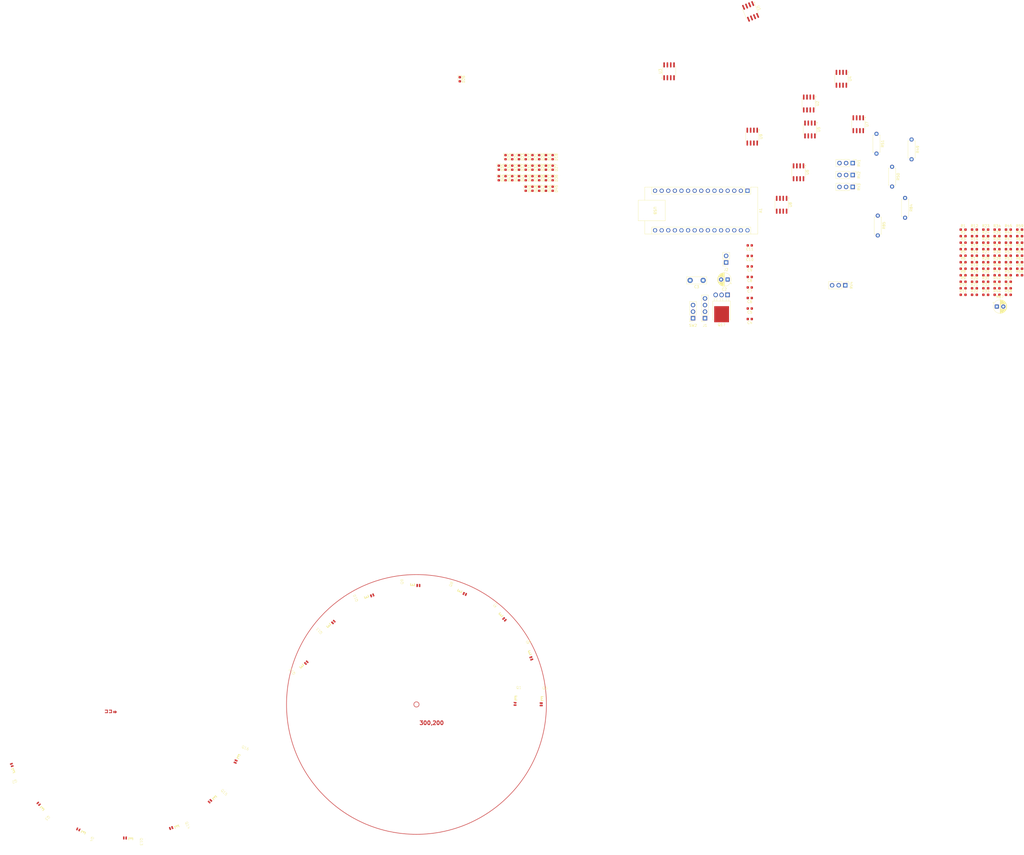
<source format=kicad_pcb>
(kicad_pcb (version 20241229) (generator "pcbnew") (generator_version "9.0")
  (layers (0 "F.Cu" signal) (2 "B.Cu" signal) (13 "F.Paste" user) (15 "B.Paste" user) (5 "F.SilkS" user "F.Silkscreen") (7 "B.SilkS" user "B.Silkscreen") (1 "F.Mask" user) (3 "B.Mask" user) (25 "Edge.Cuts" user))
  (net 0 "")
  (net 1 "VCC")
  (net 2 "GND")
  (net 3 "Net-(Q1-E)")
  (net 4 "Net-(Q2-E)")
  (net 5 "Net-(A1-D11)")
  (net 6 "Net-(A1-A4)")
  (net 8 "Net-(A1-A3)")
  (net 9 "Net-(A1-D3)")
  (net 10 "Net-(A1-D12)")
  (net 11 "Net-(A1-A2)")
  (net 12 "Net-(A1-D9)")
  (net 14 "Net-(A1-D7)")
  (net 15 "Net-(A1-A0)")
  (net 16 "Net-(A1-D4)")
  (net 17 "Net-(A1-D13)")
  (net 19 "Net-(A1-D6)")
  (net 20 "Net-(A1-D5)")
  (net 21 "Net-(A1-D2)")
  (net 25 "Net-(A1-D10)")
  (net 26 "Net-(A1-D8)")
  (net 27 "Net-(A1-A1)")
  (net 28 "Net-(A1-D1{slash}TX)")
  (net 30 "Net-(A1-D0{slash}RX)")
  (net 31 "Net-(D18-K)")
  (net 32 "Net-(D19-K)")
  (net 37 "Net-(D24-K)")
  (net 38 "Net-(D25-K)")
  (net 41 "Net-(D28-K)")
  (net 42 "Net-(D29-K)")
  (net 44 "Net-(D31-K)")
  (net 46 "Net-(D33-K)")
  (net 48 "Net-(D35-K)")
  (net 50 "Net-(D37-K)")
  (net 51 "Net-(D38-K)")
  (net 54 "Net-(D41-K)")
  (net 55 "Net-(D42-K)")
  (net 56 "Net-(D43-K)")
  (net 57 "Net-(D44-K)")
  (net 58 "Net-(D45-K)")
  (net 59 "Net-(D46-K)")
  (net 60 "Net-(D47-K)")
  (net 61 "Net-(D48-K)")
  (net 62 "Net-(D49-K)")
  (net 63 "Net-(J1-Pin_1)")
  (net 64 "Net-(J2-Pin_1)")
  (net 65 "Net-(Q3-E)")
  (net 66 "Net-(Q4-E)")
  (net 67 "Net-(Q5-E)")
  (net 68 "Net-(Q6-E)")
  (net 69 "Net-(Q7-E)")
  (net 70 "Net-(Q8-E)")
  (net 71 "Net-(Q9-E)")
  (net 72 "Net-(Q10-E)")
  (net 73 "Net-(Q11-E)")
  (net 74 "Net-(Q12-E)")
  (net 75 "Net-(Q13-E)")
  (net 76 "Net-(Q14-E)")
  (net 77 "Net-(Q15-E)")
  (net 78 "Net-(Q16-E)")
  (net 79 "Net-(Q17-G)")
  (net 80 "Net-(Q17-D)")
  (net 81 "Net-(R50-Pad1)")
  (net 82 "Net-(U3A-+)")
  (net 83 "Net-(U5A-+)")
  (net 84 "Net-(U7A-+)")
  (net 85 "Net-(U1A-+)")
  (footprint "Capacitor_SMD:C_0603_1608Metric" (layer "F.Cu") (at 428.245 23.265 180)
    (property "Reference" "C11" (at 0 -1.43 0) (layer "F.SilkS"))
    (property "Value" "C")
    (pad "1" smd roundrect (at -0.775 0 180) (size 0.9 0.95) (layers "F.Cu" "F.Mask" "F.Paste") (net 1 "VCC"))
    (pad "2" smd roundrect (at 0.775 0 180) (size 0.9 0.95) (layers "F.Cu" "F.Mask" "F.Paste") (net 2 "GND"))
  )
  (footprint "Capacitor_SMD:C_0603_1608Metric" (layer "F.Cu") (at 428.245 35.415 180)
    (property "Reference" "C8" (at 0 -1.43 0) (layer "F.SilkS"))
    (property "Value" "C")
    (pad "1" smd roundrect (at -0.775 0 180) (size 0.9 0.95) (layers "F.Cu" "F.Mask" "F.Paste") (net 1 "VCC"))
    (pad "2" smd roundrect (at 0.775 0 180) (size 0.9 0.95) (layers "F.Cu" "F.Mask" "F.Paste") (net 2 "GND"))
  )
  (footprint "Capacitor_SMD:C_0603_1608Metric" (layer "F.Cu") (at 428.245 51.615 180)
    (property "Reference" "C4" (at 0 -1.43 0) (layer "F.SilkS"))
    (property "Value" "C")
    (pad "1" smd roundrect (at -0.775 0 180) (size 0.9 0.95) (layers "F.Cu" "F.Mask" "F.Paste") (net 1 "VCC"))
    (pad "2" smd roundrect (at 0.775 0 180) (size 0.9 0.95) (layers "F.Cu" "F.Mask" "F.Paste") (net 2 "GND"))
  )
  (footprint "LED_SMD:LED_0603_1608Metric" (layer "F.Cu") (at 347.225 -2.5925 -90)
    (property "Reference" "D38" (at 0 -1.43 90) (layer "F.SilkS"))
    (property "Value" "LED")
    (pad "1" smd roundrect (at -0.7875 0 270) (size 0.875 0.95) (layers "F.Cu" "F.Mask" "F.Paste") (net 51 "Net-(D38-K)"))
    (pad "2" smd roundrect (at 0.7875 0 270) (size 0.875 0.95) (layers "F.Cu" "F.Mask" "F.Paste") (net 1 "VCC"))
  )
  (footprint "LED_SMD:LED_0603_1608Metric" (layer "F.Cu") (at 352.405 -10.6925 -90)
    (property "Reference" "D18" (at 0 -1.43 90) (layer "F.SilkS"))
    (property "Value" "LED")
    (pad "1" smd roundrect (at -0.7875 0 270) (size 0.875 0.95) (layers "F.Cu" "F.Mask" "F.Paste") (net 31 "Net-(D18-K)"))
    (pad "2" smd roundrect (at 0.7875 0 270) (size 0.875 0.95) (layers "F.Cu" "F.Mask" "F.Paste") (net 1 "VCC"))
  )
  (footprint "Resistor_SMD:R_0603_1608Metric_Pad0.98x0.95mm_HandSolder" (layer "F.Cu") (at 532.090225 32.25)
    (property "Reference" "R65" (at 0 -1.43 0) (layer "F.SilkS"))
    (property "Value" "R")
    (pad "1" smd roundrect (at -0.9125 0) (size 0.975 0.95) (layers "F.Cu" "F.Mask" "F.Paste") (net 32 "Net-(D19-K)"))
    (pad "2" smd roundrect (at 0.9125 0) (size 0.975 0.95) (layers "F.Cu" "F.Mask" "F.Paste") (net 80 "Net-(Q17-D)"))
  )
  (footprint "Resistor_SMD:R_0603_1608Metric_Pad0.98x0.95mm_HandSolder" (layer "F.Cu") (at 519.040225 19.7)
    (property "Reference" "R24" (at 0 -1.43 0) (layer "F.SilkS"))
    (property "Value" "R")
    (pad "1" smd roundrect (at -0.9125 0) (size 0.975 0.95) (layers "F.Cu" "F.Mask" "F.Paste") (net 1 "VCC"))
    (pad "2" smd roundrect (at 0.9125 0) (size 0.975 0.95) (layers "F.Cu" "F.Mask" "F.Paste") (net 20 "Net-(A1-D5)"))
  )
  (footprint "Resistor_SMD:R_0603_1608Metric_Pad0.98x0.95mm_HandSolder" (layer "F.Cu") (at 514.690225 22.21)
    (property "Reference" "R14" (at 0 -1.43 0) (layer "F.SilkS"))
    (property "Value" "R")
    (pad "1" smd roundrect (at -0.9125 0) (size 0.975 0.95) (layers "F.Cu" "F.Mask" "F.Paste") (net 68 "Net-(Q6-E)"))
    (pad "2" smd roundrect (at 0.9125 0) (size 0.975 0.95) (layers "F.Cu" "F.Mask" "F.Paste") (net 2 "GND"))
  )
  (footprint "Package_SO:SOIC-8_3.9x4.9mm_P1.27mm" (layer "F.Cu") (at 428.566195 -66.823598 -67.5)
    (property "Reference" "U1" (at 0 -3.4 112.5) (layer "F.SilkS"))
    (property "Value" "LM393")
    (pad "1" smd roundrect (at -2.475 -1.905 292.5) (size 1.95 0.6) (layers "F.Cu" "F.Mask" "F.Paste") (net 5 "Net-(A1-D11)"))
    (pad "2" smd roundrect (at -2.475 -0.635 292.5) (size 1.95 0.6) (layers "F.Cu" "F.Mask" "F.Paste") (net 75 "Net-(Q13-E)"))
    (pad "3" smd roundrect (at -2.475 0.635 292.5) (size 1.95 0.6) (layers "F.Cu" "F.Mask" "F.Paste") (net 85 "Net-(U1A-+)"))
    (pad "4" smd roundrect (at -2.475 1.905 292.5) (size 1.95 0.6) (layers "F.Cu" "F.Mask" "F.Paste"))
    (pad "5" smd roundrect (at 2.475 1.905 292.5) (size 1.95 0.6) (layers "F.Cu" "F.Mask" "F.Paste") (net 85 "Net-(U1A-+)"))
    (pad "6" smd roundrect (at 2.475 0.635 292.5) (size 1.95 0.6) (layers "F.Cu" "F.Mask" "F.Paste") (net 76 "Net-(Q14-E)"))
    (pad "7" smd roundrect (at 2.475 -0.635 292.5) (size 1.95 0.6) (layers "F.Cu" "F.Mask" "F.Paste") (net 10 "Net-(A1-D12)"))
    (pad "8" smd roundrect (at 2.475 -1.905 292.5) (size 1.95 0.6) (layers "F.Cu" "F.Mask" "F.Paste"))
  )
  (footprint "LED_SMD:LED_0603_1608Metric" (layer "F.Cu") (at 344.635 1.4575 -90)
    (property "Reference" "D48" (at 0 -1.43 90) (layer "F.SilkS"))
    (property "Value" "LED")
    (pad "1" smd roundrect (at -0.7875 0 270) (size 0.875 0.95) (layers "F.Cu" "F.Mask" "F.Paste") (net 61 "Net-(D48-K)"))
    (pad "2" smd roundrect (at 0.7875 0 270) (size 0.875 0.95) (layers "F.Cu" "F.Mask" "F.Paste") (net 1 "VCC"))
  )
  (footprint "Resistor_SMD:R_0603_1608Metric_Pad0.98x0.95mm_HandSolder" (layer "F.Cu") (at 510.340225 24.72)
    (property "Reference" "R4" (at 0 -1.43 0) (layer "F.SilkS"))
    (property "Value" "R")
    (pad "1" smd roundrect (at -0.9125 0) (size 0.975 0.95) (layers "F.Cu" "F.Mask" "F.Paste") (net 3 "Net-(Q1-E)"))
    (pad "2" smd roundrect (at 0.9125 0) (size 0.975 0.95) (layers "F.Cu" "F.Mask" "F.Paste") (net 2 "GND"))
  )
  (footprint "LED_SMD:LED_0603_1608Metric" (layer "F.Cu") (at 342.045 1.4575 -90)
    (property "Reference" "D49" (at 0 -1.43 90) (layer "F.SilkS"))
    (property "Value" "LED")
    (pad "1" smd roundrect (at -0.7875 0 270) (size 0.875 0.95) (layers "F.Cu" "F.Mask" "F.Paste") (net 62 "Net-(D49-K)"))
    (pad "2" smd roundrect (at 0.7875 0 270) (size 0.875 0.95) (layers "F.Cu" "F.Mask" "F.Paste") (net 1 "VCC"))
  )
  (footprint "NJL7502R:NJL7502R" (layer "F.Cu") (at 283.081195 156.403782 112.5)
    (property "Reference" "Q10" (at 0 -6.985001 112.5) (layer "F.SilkS") (effects (font (thickness 0.1))))
    (property "Value" "Q_Photo_NPN")
    (fp_poly (pts (xy -2 -0.5) (xy -2 0) (xy -0.9 0) (xy -0.9 -0.5)) (stroke (width 0.01)) (fill yes) (layer "F.Cu"))
    (fp_poly (pts (xy -0.9 -0.9) (xy -0.9 -1.45) (xy -2 -1.45) (xy -2 -1.1) (xy -1.7 -1.1) (xy -1.7 -0.9)) (stroke (width 0.01)) (fill yes) (layer "F.Cu"))
    (fp_text user "E" (at -2 -2 112.5) (layer "F.SilkS") (effects (font (size 1.5 1.5) (thickness 0.3) (bold yes)) (justify left bottom)))
    (pad "1" smd roundrect (at -1.45 -0.25 112.5) (size 1.1 0.5) (layers "F.Cu" "F.Mask" "F.Paste") (roundrect_rratio 0.15) (net 1 "VCC"))
    (pad "2" smd roundrect (at -1.45 -1.174999 112.5) (size 1.1 0.55) (layers "F.Cu" "F.Mask" "F.Paste") (roundrect_rratio 0.15) (net 72 "Net-(Q10-E)"))
  )
  (footprint "Resistor_SMD:R_0603_1608Metric_Pad0.98x0.95mm_HandSolder" (layer "F.Cu") (at 514.690225 19.7)
    (property "Reference" "R13" (at 0 -1.43 0) (layer "F.SilkS"))
    (property "Value" "R")
    (pad "1" smd roundrect (at -0.9125 0) (size 0.975 0.95) (layers "F.Cu" "F.Mask" "F.Paste") (net 67 "Net-(Q5-E)"))
    (pad "2" smd roundrect (at 0.9125 0) (size 0.975 0.95) (layers "F.Cu" "F.Mask" "F.Paste") (net 2 "GND"))
  )
  (footprint "Resistor_SMD:R_0603_1608Metric_Pad0.98x0.95mm_HandSolder" (layer "F.Cu") (at 519.040225 27.23)
    (property "Reference" "R27" (at 0 -1.43 0) (layer "F.SilkS"))
    (property "Value" "R")
    (pad "1" smd roundrect (at -0.9125 0) (size 0.975 0.95) (layers "F.Cu" "F.Mask" "F.Paste") (net 1 "VCC"))
    (pad "2" smd roundrect (at 0.9125 0) (size 0.975 0.95) (layers "F.Cu" "F.Mask" "F.Paste") (net 11 "Net-(A1-A2)"))
  )
  (footprint "Resistor_SMD:R_0603_1608Metric_Pad0.98x0.95mm_HandSolder" (layer "F.Cu") (at 510.340225 27.23)
    (property "Reference" "R5" (at 0 -1.43 0) (layer "F.SilkS"))
    (property "Value" "R")
    (pad "1" smd roundrect (at -0.9125 0) (size 0.975 0.95) (layers "F.Cu" "F.Mask" "F.Paste") (net 1 "VCC"))
    (pad "2" smd roundrect (at 0.9125 0) (size 0.975 0.95) (layers "F.Cu" "F.Mask" "F.Paste") (net 12 "Net-(A1-D9)"))
  )
  (footprint "Resistor_SMD:R_0603_1608Metric_Pad0.98x0.95mm_HandSolder" (layer "F.Cu") (at 514.690225 24.72)
    (property "Reference" "R15" (at 0 -1.43 0) (layer "F.SilkS"))
    (property "Value" "R")
    (pad "1" smd roundrect (at -0.9125 0) (size 0.975 0.95) (layers "F.Cu" "F.Mask" "F.Paste") (net 69 "Net-(Q7-E)"))
    (pad "2" smd roundrect (at 0.9125 0) (size 0.975 0.95) (layers "F.Cu" "F.Mask" "F.Paste") (net 2 "GND"))
  )
  (footprint "Resistor_SMD:R_0603_1608Metric_Pad0.98x0.95mm_HandSolder" (layer "F.Cu") (at 523.390225 24.72)
    (property "Reference" "R37" (at 0 -1.43 0) (layer "F.SilkS"))
    (property "Value" "R")
    (pad "1" smd roundrect (at -0.9125 0) (size 0.975 0.95) (layers "F.Cu" "F.Mask" "F.Paste") (net 58 "Net-(D45-K)"))
    (pad "2" smd roundrect (at 0.9125 0) (size 0.975 0.95) (layers "F.Cu" "F.Mask" "F.Paste") (net 80 "Net-(Q17-D)"))
  )
  (footprint "LED_SMD:LED_0603_1608Metric" (layer "F.Cu") (at 347.225 -6.6425 -90)
    (property "Reference" "D29" (at 0 -1.43 90) (layer "F.SilkS"))
    (property "Value" "LED")
    (pad "1" smd roundrect (at -0.7875 0 270) (size 0.875 0.95) (layers "F.Cu" "F.Mask" "F.Paste") (net 42 "Net-(D29-K)"))
    (pad "2" smd roundrect (at 0.7875 0 270) (size 0.875 0.95) (layers "F.Cu" "F.Mask" "F.Paste") (net 1 "VCC"))
  )
  (footprint "LED_SMD:LED_0603_1608Metric" (layer "F.Cu") (at 347.225 -10.6925 -90)
    (property "Reference" "D20" (at 0 -1.43 90) (layer "F.SilkS"))
    (property "Value" "LED")
    (pad "1" smd roundrect (at -0.7875 0 270) (size 0.875 0.95) (layers "F.Cu" "F.Mask" "F.Paste"))
    (pad "2" smd roundrect (at 0.7875 0 270) (size 0.875 0.95) (layers "F.Cu" "F.Mask" "F.Paste") (net 1 "VCC"))
  )
  (footprint "Resistor_SMD:R_0603_1608Metric_Pad0.98x0.95mm_HandSolder" (layer "F.Cu") (at 510.340225 39.78)
    (property "Reference" "R10" (at 0 -1.43 0) (layer "F.SilkS"))
    (property "Value" "R")
    (pad "1" smd roundrect (at -0.9125 0) (size 0.975 0.95) (layers "F.Cu" "F.Mask" "F.Paste") (net 72 "Net-(Q10-E)"))
    (pad "2" smd roundrect (at 0.9125 0) (size 0.975 0.95) (layers "F.Cu" "F.Mask" "F.Paste") (net 2 "GND"))
  )
  (footprint "Resistor_SMD:R_0603_1608Metric_Pad0.98x0.95mm_HandSolder" (layer "F.Cu") (at 519.040225 39.78)
    (property "Reference" "R32" (at 0 -1.43 0) (layer "F.SilkS"))
    (property "Value" "R")
    (pad "1" smd roundrect (at -0.9125 0) (size 0.975 0.95) (layers "F.Cu" "F.Mask" "F.Paste") (net 1 "VCC"))
    (pad "2" smd roundrect (at 0.9125 0) (size 0.975 0.95) (layers "F.Cu" "F.Mask" "F.Paste") (net 6 "Net-(A1-A4)"))
  )
  (footprint "LED_SMD:LED_0603_1608Metric" (layer "F.Cu") (at 349.815 1.4575 -90)
    (property "Reference" "D46" (at 0 -1.43 90) (layer "F.SilkS"))
    (property "Value" "LED")
    (pad "1" smd roundrect (at -0.7875 0 270) (size 0.875 0.95) (layers "F.Cu" "F.Mask" "F.Paste") (net 59 "Net-(D46-K)"))
    (pad "2" smd roundrect (at 0.7875 0 270) (size 0.875 0.95) (layers "F.Cu" "F.Mask" "F.Paste") (net 1 "VCC"))
  )
  (footprint "NJL7502R:NJL7502R" (layer "F.Cu") (at 349.45 200.675)
    (property "Reference" "Q5" (at 0 -6.985 0) (layer "F.SilkS") (effects (font (thickness 0.1))))
    (property "Value" "Q_Photo_NPN")
    (fp_poly (pts (xy -2 -0.5) (xy -2 0) (xy -0.9 0) (xy -0.9 -0.5)) (stroke (width 0.01)) (fill yes) (layer "F.Cu"))
    (fp_poly (pts (xy -0.9 -0.9) (xy -0.9 -1.45) (xy -2 -1.45) (xy -2 -1.1) (xy -1.7 -1.1) (xy -1.7 -0.9)) (stroke (width 0.01)) (fill yes) (layer "F.Cu"))
    (fp_text user "E" (at -2 -2 0) (layer "F.SilkS") (effects (font (size 1.5 1.5) (thickness 0.3) (bold yes)) (justify left bottom)))
    (pad "1" smd roundrect (at -1.45 -0.25) (size 1.1 0.5) (layers "F.Cu" "F.Mask" "F.Paste") (roundrect_rratio 0.15) (net 1 "VCC"))
    (pad "2" smd roundrect (at -1.45 -1.175) (size 1.1 0.55) (layers "F.Cu" "F.Mask" "F.Paste") (roundrect_rratio 0.15) (net 67 "Net-(Q5-E)"))
  )
  (footprint "Resistor_SMD:R_0603_1608Metric_Pad0.98x0.95mm_HandSolder" (layer "F.Cu") (at 519.040225 17.19)
    (property "Reference" "R23" (at 0 -1.43 0) (layer "F.SilkS"))
    (property "Value" "R")
    (pad "1" smd roundrect (at -0.9125 0) (size 0.975 0.95) (layers "F.Cu" "F.Mask" "F.Paste") (net 1 "VCC"))
    (pad "2" smd roundrect (at 0.9125 0) (size 0.975 0.95) (layers "F.Cu" "F.Mask" "F.Paste") (net 16 "Net-(A1-D4)"))
  )
  (footprint "Resistor_SMD:R_0603_1608Metric_Pad0.98x0.95mm_HandSolder" (layer "F.Cu") (at 514.690225 29.74)
    (property "Reference" "R17" (at 0 -1.43 0) (layer "F.SilkS"))
    (property "Value" "R")
    (pad "1" smd roundrect (at -0.9125 0) (size 0.975 0.95) (layers "F.Cu" "F.Mask" "F.Paste") (net 75 "Net-(Q13-E)"))
    (pad "2" smd roundrect (at 0.9125 0) (size 0.975 0.95) (layers "F.Cu" "F.Mask" "F.Paste") (net 2 "GND"))
  )
  (footprint "LED_SMD:LED_0603_1608Metric" (layer "F.Cu") (at 336.865 -10.6925 -90)
    (property "Reference" "D24" (at 0 -1.43 90) (layer "F.SilkS"))
    (property "Value" "LED")
    (pad "1" smd roundrect (at -0.7875 0 270) (size 0.875 0.95) (layers "F.Cu" "F.Mask" "F.Paste") (net 37 "Net-(D24-K)"))
    (pad "2" smd roundrect (at 0.7875 0 270) (size 0.875 0.95) (layers "F.Cu" "F.Mask" "F.Paste") (net 1 "VCC"))
  )
  (footprint "Resistor_SMD:R_0603_1608Metric_Pad0.98x0.95mm_HandSolder" (layer "F.Cu") (at 523.390225 22.21)
    (property "Reference" "R36" (at 0 -1.43 0) (layer "F.SilkS"))
    (property "Value" "R")
    (pad "1" smd roundrect (at -0.9125 0) (size 0.975 0.95) (layers "F.Cu" "F.Mask" "F.Paste") (net 59 "Net-(D46-K)"))
    (pad "2" smd roundrect (at 0.9125 0) (size 0.975 0.95) (layers "F.Cu" "F.Mask" "F.Paste") (net 80 "Net-(Q17-D)"))
  )
  (footprint "Resistor_SMD:R_0603_1608Metric_Pad0.98x0.95mm_HandSolder" (layer "F.Cu") (at 523.390225 42.29)
    (property "Reference" "R44" (at 0 -1.43 0) (layer "F.SilkS"))
    (property "Value" "R")
    (pad "1" smd roundrect (at -0.9125 0) (size 0.975 0.95) (layers "F.Cu" "F.Mask" "F.Paste"))
    (pad "2" smd roundrect (at 0.9125 0) (size 0.975 0.95) (layers "F.Cu" "F.Mask" "F.Paste") (net 80 "Net-(Q17-D)"))
  )
  (footprint "LED_SMD:LED_0603_1608Metric" (layer "F.Cu") (at 349.815 -10.6925 -90)
    (property "Reference" "D19" (at 0 -1.43 90) (layer "F.SilkS"))
    (property "Value" "LED")
    (pad "1" smd roundrect (at -0.7875 0 270) (size 0.875 0.95) (layers "F.Cu" "F.Mask" "F.Paste") (net 32 "Net-(D19-K)"))
    (pad "2" smd roundrect (at 0.7875 0 270) (size 0.875 0.95) (layers "F.Cu" "F.Mask" "F.Paste") (net 1 "VCC"))
  )
  (footprint "Resistor_SMD:R_0603_1608Metric_Pad0.98x0.95mm_HandSolder" (layer "F.Cu") (at 514.690225 17.19)
    (property "Reference" "R12" (at 0 -1.43 0) (layer "F.SilkS"))
    (property "Value" "R")
    (pad "1" smd roundrect (at -0.9125 0) (size 0.975 0.95) (layers "F.Cu" "F.Mask" "F.Paste") (net 74 "Net-(Q12-E)"))
    (pad "2" smd roundrect (at 0.9125 0) (size 0.975 0.95) (layers "F.Cu" "F.Mask" "F.Paste") (net 2 "GND"))
  )
  (footprint "LED_SMD:LED_0603_1608Metric" (layer "F.Cu") (at 352.405 -2.5925 -90)
    (property "Reference" "D36" (at 0 -1.43 90) (layer "F.SilkS"))
    (property "Value" "LED")
    (pad "1" smd roundrect (at -0.7875 0 270) (size 0.875 0.95) (layers "F.Cu" "F.Mask" "F.Paste"))
    (pad "2" smd roundrect (at 0.7875 0 270) (size 0.875 0.95) (layers "F.Cu" "F.Mask" "F.Paste") (net 1 "VCC"))
  )
  (footprint "Package_SO:SOIC-8_3.9x4.9mm_P1.27mm" (layer "F.Cu") (at 397.195 -43.755 90)
    (property "Reference" "U3" (at 0 -3.4 90) (layer "F.SilkS"))
    (property "Value" "LM393")
    (pad "1" smd roundrect (at -2.475 -1.905 90) (size 1.95 0.6) (layers "F.Cu" "F.Mask" "F.Paste") (net 19 "Net-(A1-D6)"))
    (pad "2" smd roundrect (at -2.475 -0.635 90) (size 1.95 0.6) (layers "F.Cu" "F.Mask" "F.Paste") (net 3 "Net-(Q1-E)"))
    (pad "3" smd roundrect (at -2.475 0.635 90) (size 1.95 0.6) (layers "F.Cu" "F.Mask" "F.Paste") (net 82 "Net-(U3A-+)"))
    (pad "4" smd roundrect (at -2.475 1.905 90) (size 1.95 0.6) (layers "F.Cu" "F.Mask" "F.Paste") (net 1 "VCC"))
    (pad "5" smd roundrect (at 2.475 1.905 90) (size 1.95 0.6) (layers "F.Cu" "F.Mask" "F.Paste") (net 82 "Net-(U3A-+)"))
    (pad "6" smd roundrect (at 2.475 0.635 90) (size 1.95 0.6) (layers "F.Cu" "F.Mask" "F.Paste") (net 4 "Net-(Q2-E)"))
    (pad "7" smd roundrect (at 2.475 -0.635 90) (size 1.95 0.6) (layers "F.Cu" "F.Mask" "F.Paste") (net 14 "Net-(A1-D7)"))
    (pad "8" smd roundrect (at 2.475 -1.905 90) (size 1.95 0.6) (layers "F.Cu" "F.Mask" "F.Paste") (net 2 "GND"))
  )
  (footprint "NJL7502R:NJL7502R" (layer "F.Cu") (at 168.67239 249.167436 -112.5)
    (property "Reference" "Q4" (at 0 -6.985001 247.5) (layer "F.SilkS") (effects (font (thickness 0.1))))
    (property "Value" "Q_Photo_NPN")
    (fp_poly (pts (xy -2 -0.5) (xy -2 0) (xy -0.9 0) (xy -0.9 -0.5)) (stroke (width 0.01)) (fill yes) (layer "F.Cu"))
    (fp_poly (pts (xy -0.9 -0.9) (xy -0.9 -1.449999) (xy -2 -1.45) (xy -2 -1.1) (xy -1.699999 -1.1) (xy -1.7 -0.9)) (stroke (width 0.01)) (fill yes) (layer "F.Cu"))
    (fp_text user "E" (at -2 -2 247.5) (layer "F.SilkS") (effects (font (size 1.5 1.5) (thickness 0.3) (bold yes)) (justify left bottom)))
    (pad "1" smd roundrect (at -1.48 -0.25 247.5) (size 0.5 0.5) (layers "F.Cu" "F.Mask" "F.Paste") (roundrect_rratio 0.15) (net 1 "VCC"))
    (pad "2" smd roundrect (at -1.36 -1.15 247.5) (size 0.5 0.5) (layers "F.Cu" "F.Mask" "F.Paste") (roundrect_rratio 0.15) (net 66 "Net-(Q4-E)"))
  )
  (footprint "LED_SMD:LED_0603_1608Metric" (layer "F.Cu") (at 342.045 -2.5925 -90)
    (property "Reference" "D40" (at 0 -1.43 90) (layer "F.SilkS"))
    (property "Value" "LED")
    (pad "1" smd roundrect (at -0.7875 0 270) (size 0.875 0.95) (layers "F.Cu" "F.Mask" "F.Paste"))
    (pad "2" smd roundrect (at 0.7875 0 270) (size 0.875 0.95) (layers "F.Cu" "F.Mask" "F.Paste") (net 1 "VCC"))
  )
  (footprint "Connector_PinHeader_2.54mm:PinHeader_1x03_P2.54mm_Vertical" (layer "F.Cu") (at 467.85 -8.43 -90)
    (property "Reference" "RV1" (at 0 -2.38 90) (layer "F.SilkS"))
    (property "Value" "R_Potentiometer_Trim")
    (pad "1" thru_hole rect (at 0 0 270) (size 1.7 1.7) (drill 1) (layers "*.Cu" "*.Mask") (net 1 "VCC"))
    (pad "2" thru_hole circle (at 0 2.54 270) (size 1.7 1.7) (drill 1) (layers "*.Cu" "*.Mask") (net 82 "Net-(U3A-+)"))
    (pad "3" thru_hole circle (at 0 5.08 270) (size 1.7 1.7) (drill 1) (layers "*.Cu" "*.Mask") (net 2 "GND"))
  )
  (footprint "Resistor_THT:R_Axial_DIN0207_L6.3mm_D2.5mm_P7.62mm_Horizontal" (layer "F.Cu") (at 488 5 -90)
    (property "Reference" "R84" (at 3.81 -2.37 90) (layer "F.SilkS"))
    (property "Value" "R")
    (pad "1" thru_hole circle (at 0 0 270) (size 1.6 1.6) (drill 0.8) (layers "*.Cu" "*.Mask") (net 25 "Net-(A1-D10)"))
    (pad "2" thru_hole circle (at 7.62 0 270) (size 1.6 1.6) (drill 0.8) (layers "*.Cu" "*.Mask") (net 79 "Net-(Q17-G)"))
  )
  (footprint "Resistor_SMD:R_0603_1608Metric_Pad0.98x0.95mm_HandSolder" (layer "F.Cu") (at 510.340225 34.76)
    (property "Reference" "R8" (at 0 -1.43 0) (layer "F.SilkS"))
    (property "Value" "R")
    (pad "1" smd roundrect (at -0.9125 0) (size 0.975 0.95) (layers "F.Cu" "F.Mask" "F.Paste") (net 1 "VCC"))
    (pad "2" smd roundrect (at 0.9125 0) (size 0.975 0.95) (layers "F.Cu" "F.Mask" "F.Paste") (net 19 "Net-(A1-D6)"))
  )
  (footprint "LED_SMD:LED_0603_1608Metric" (layer "F.Cu") (at 336.865 -6.6425 -90)
    (property "Reference" "D33" (at 0 -1.43 90) (layer "F.SilkS"))
    (property "Value" "LED")
    (pad "1" smd roundrect (at -0.7875 0 270) (size 0.875 0.95) (layers "F.Cu" "F.Mask" "F.Paste") (net 46 "Net-(D33-K)"))
    (pad "2" smd roundrect (at 0.7875 0 270) (size 0.875 0.95) (layers "F.Cu" "F.Mask" "F.Paste") (net 1 "VCC"))
  )
  (footprint "Resistor_SMD:R_0603_1608Metric_Pad0.98x0.95mm_HandSolder" (layer "F.Cu") (at 532.090225 29.74)
    (property "Reference" "R64" (at 0 -1.43 0) (layer "F.SilkS"))
    (property "Value" "R")
    (pad "1" smd roundrect (at -0.9125 0) (size 0.975 0.95) (layers "F.Cu" "F.Mask" "F.Paste") (net 31 "Net-(D18-K)"))
    (pad "2" smd roundrect (at 0.9125 0) (size 0.975 0.95) (layers "F.Cu" "F.Mask" "F.Paste") (net 80 "Net-(Q17-D)"))
  )
  (footprint "LED_SMD:LED_0603_1608Metric" (layer "F.Cu") (at 349.815 -6.6425 -90)
    (property "Reference" "D28" (at 0 -1.43 90) (layer "F.SilkS"))
    (property "Value" "LED")
    (pad "1" smd roundrect (at -0.7875 0 270) (size 0.875 0.95) (layers "F.Cu" "F.Mask" "F.Paste") (net 41 "Net-(D28-K)"))
    (pad "2" smd roundrect (at 0.7875 0 270) (size 0.875 0.95) (layers "F.Cu" "F.Mask" "F.Paste") (net 1 "VCC"))
  )
  (footprint "Package_TO_SOT_THT:TO-251-3-1EP_Horizontal_TabDown" (layer "F.Cu") (at 419.695 42.325 180)
    (property "Reference" "Q17" (at 2.29 -11.49 0) (layer "F.SilkS"))
    (property "Value" "NMOS")
    (pad "1" thru_hole rect (at 0 0 180) (size 1.7175 1.8) (drill 1.1) (layers "*.Cu" "*.Mask") (net 80 "Net-(Q17-D)"))
    (pad "2" thru_hole oval (at 2.29 0 180) (size 1.7175 1.8) (drill 1.1) (layers "*.Cu" "*.Mask") (net 79 "Net-(Q17-G)"))
    (pad "3" thru_hole oval (at 4.58 0 180) (size 1.7175 1.8) (drill 1.1) (layers "*.Cu" "*.Mask") (net 2 "GND"))
    (pad "4" smd rect (at 2.29 -7.433 180) (size 5.7 6.2) (layers "F.Cu" "F.Mask" "F.Paste"))
  )
  (footprint "Resistor_SMD:R_0603_1608Metric_Pad0.98x0.95mm_HandSolder" (layer "F.Cu") (at 523.390225 27.23)
    (property "Reference" "R38" (at 0 -1.43 0) (layer "F.SilkS"))
    (property "Value" "R")
    (pad "1" smd roundrect (at -0.9125 0) (size 0.975 0.95) (layers "F.Cu" "F.Mask" "F.Paste") (net 57 "Net-(D44-K)"))
    (pad "2" smd roundrect (at 0.9125 0) (size 0.975 0.95) (layers "F.Cu" "F.Mask" "F.Paste") (net 80 "Net-(Q17-D)"))
  )
  (footprint "LED_SMD:LED_0603_1608Metric" (layer "F.Cu") (at 316.685 -40.6925 -90)
    (property "Reference" "D26" (at 0 -1.43 90) (layer "F.SilkS"))
    (property "Value" "LED")
    (pad "1" smd roundrect (at -0.7875 0 270) (size 0.875 0.95) (layers "F.Cu" "F.Mask" "F.Paste"))
    (pad "2" smd roundrect (at 0.7875 0 270) (size 0.875 0.95) (layers "F.Cu" "F.Mask" "F.Paste") (net 1 "VCC"))
  )
  (footprint "NJL7502R:NJL7502R" (layer "F.Cu") (at 301.45 152.75 90)
    (property "Reference" "Q9" (at 0 -6.985 90) (layer "F.SilkS") (effects (font (thickness 0.1))))
    (property "Value" "Q_Photo_NPN")
    (fp_poly (pts (xy -2 -0.5) (xy -2 0) (xy -0.9 0) (xy -0.9 -0.5)) (stroke (width 0.01)) (fill yes) (layer "F.Cu"))
    (fp_poly (pts (xy -0.9 -0.9) (xy -0.9 -1.45) (xy -2 -1.45) (xy -2 -1.1) (xy -1.7 -1.1) (xy -1.7 -0.9)) (stroke (width 0.01)) (fill yes) (layer "F.Cu"))
    (fp_text user "E" (at -2 -2 90) (layer "F.SilkS") (effects (font (size 1.5 1.5) (thickness 0.3) (bold yes)) (justify left bottom)))
    (pad "1" smd roundrect (at -1.45 -0.25 90) (size 1.1 0.5) (layers "F.Cu" "F.Mask" "F.Paste") (roundrect_rratio 0.15) (net 1 "VCC"))
    (pad "2" smd roundrect (at -1.45 -1.175 90) (size 1.1 0.55) (layers "F.Cu" "F.Mask" "F.Paste") (roundrect_rratio 0.15) (net 71 "Net-(Q9-E)"))
  )
  (footprint "Resistor_SMD:R_0603_1608Metric_Pad0.98x0.95mm_HandSolder" (layer "F.Cu") (at 519.040225 34.76)
    (property "Reference" "R30" (at 0 -1.43 0) (layer "F.SilkS"))
    (property "Value" "R")
    (pad "1" smd roundrect (at -0.9125 0) (size 0.975 0.95) (layers "F.Cu" "F.Mask" "F.Paste") (net 1 "VCC"))
    (pad "2" smd roundrect (at 0.9125 0) (size 0.975 0.95) (layers "F.Cu" "F.Mask" "F.Paste") (net 10 "Net-(A1-D12)"))
  )
  (footprint "Resistor_SMD:R_0603_1608Metric_Pad0.98x0.95mm_HandSolder" (layer "F.Cu") (at 532.090225 17.19)
    (property "Reference" "R59" (at 0 -1.43 0) (layer "F.SilkS"))
    (property "Value" "R")
    (pad "1" smd roundrect (at -0.9125 0) (size 0.975 0.95) (layers "F.Cu" "F.Mask" "F.Paste") (net 37 "Net-(D24-K)"))
    (pad "2" smd roundrect (at 0.9125 0) (size 0.975 0.95) (layers "F.Cu" "F.Mask" "F.Paste") (net 80 "Net-(Q17-D)"))
  )
  (footprint "Resistor_SMD:R_0603_1608Metric_Pad0.98x0.95mm_HandSolder" (layer "F.Cu") (at 510.340225 17.19)
    (property "Reference" "R1" (at 0 -1.43 0) (layer "F.SilkS"))
    (property "Value" "R")
    (pad "1" smd roundrect (at -0.9125 0) (size 0.975 0.95) (layers "F.Cu" "F.Mask" "F.Paste") (net 66 "Net-(Q4-E)"))
    (pad "2" smd roundrect (at 0.9125 0) (size 0.975 0.95) (layers "F.Cu" "F.Mask" "F.Paste") (net 2 "GND"))
  )
  (footprint "Resistor_SMD:R_0603_1608Metric_Pad0.98x0.95mm_HandSolder" (layer "F.Cu") (at 519.040225 22.21)
    (property "Reference" "R25" (at 0 -1.43 0) (layer "F.SilkS"))
    (property "Value" "R")
    (pad "1" smd roundrect (at -0.9125 0) (size 0.975 0.95) (layers "F.Cu" "F.Mask" "F.Paste") (net 1 "VCC"))
    (pad "2" smd roundrect (at 0.9125 0) (size 0.975 0.95) (layers "F.Cu" "F.Mask" "F.Paste") (net 15 "Net-(A1-A0)"))
  )
  (footprint "Resistor_SMD:R_0603_1608Metric_Pad0.98x0.95mm_HandSolder" (layer "F.Cu") (at 519.040225 24.72)
    (property "Reference" "R26" (at 0 -1.43 0) (layer "F.SilkS"))
    (property "Value" "R")
    (pad "1" smd roundrect (at -0.9125 0) (size 0.975 0.95) (layers "F.Cu" "F.Mask" "F.Paste") (net 1 "VCC"))
    (pad "2" smd roundrect (at 0.9125 0) (size 0.975 0.95) (layers "F.Cu" "F.Mask" "F.Paste") (net 27 "Net-(A1-A1)"))
  )
  (footprint "Resistor_SMD:R_0603_1608Metric_Pad0.98x0.95mm_HandSolder" (layer "F.Cu") (at 514.690225 37.27)
    (property "Reference" "R20" (at 0 -1.43 0) (layer "F.SilkS"))
    (property "Value" "R")
    (pad "1" smd roundrect (at -0.9125 0) (size 0.975 0.95) (layers "F.Cu" "F.Mask" "F.Paste") (net 78 "Net-(Q16-E)"))
    (pad "2" smd roundrect (at 0.9125 0) (size 0.975 0.95) (layers "F.Cu" "F.Mask" "F.Paste") (net 2 "GND"))
  )
  (footprint "Capacitor_SMD:C_0603_1608Metric" (layer "F.Cu") (at 428.245 27.315 180)
    (property "Reference" "C10" (at 0 -1.43 0) (layer "F.SilkS"))
    (property "Value" "C")
    (pad "1" smd roundrect (at -0.775 0 180) (size 0.9 0.95) (layers "F.Cu" "F.Mask" "F.Paste") (net 1 "VCC"))
    (pad "2" smd roundrect (at 0.775 0 180) (size 0.9 0.95) (layers "F.Cu" "F.Mask" "F.Paste") (net 2 "GND"))
  )
  (footprint "Resistor_SMD:R_0603_1608Metric_Pad0.98x0.95mm_HandSolder" (layer "F.Cu") (at 510.340225 29.74)
    (property "Reference" "R6" (at 0 -1.43 0) (layer "F.SilkS"))
    (property "Value" "R")
    (pad "1" smd roundrect (at -0.9125 0) (size 0.975 0.95) (layers "F.Cu" "F.Mask" "F.Paste") (net 1 "VCC"))
    (pad "2" smd roundrect (at 0.9125 0) (size 0.975 0.95) (layers "F.Cu" "F.Mask" "F.Paste") (net 26 "Net-(A1-D8)"))
  )
  (footprint "Resistor_SMD:R_0603_1608Metric_Pad0.98x0.95mm_HandSolder" (layer "F.Cu") (at 519.040225 32.25)
    (property "Reference" "R29" (at 0 -1.43 0) (layer "F.SilkS"))
    (property "Value" "R")
    (pad "1" smd roundrect (at -0.9125 0) (size 0.975 0.95) (layers "F.Cu" "F.Mask" "F.Paste") (net 1 "VCC"))
    (pad "2" smd roundrect (at 0.9125 0) (size 0.975 0.95) (layers "F.Cu" "F.Mask" "F.Paste") (net 5 "Net-(A1-D11)"))
  )
  (footprint "Package_SO:SOIC-8_3.9x4.9mm_P1.27mm" (layer "F.Cu") (at 451.405 -21.355 -90)
    (property "Reference" "U5" (at 0 -3.4 90) (layer "F.SilkS"))
    (property "Value" "LM393")
    (pad "1" smd roundrect (at -2.475 -1.905 270) (size 1.95 0.6) (layers "F.Cu" "F.Mask" "F.Paste") (net 20 "Net-(A1-D5)"))
    (pad "2" smd roundrect (at -2.475 -0.635 270) (size 1.95 0.6) (layers "F.Cu" "F.Mask" "F.Paste") (net 74 "Net-(Q12-E)"))
    (pad "3" smd roundrect (at -2.475 0.635 270) (size 1.95 0.6) (layers "F.Cu" "F.Mask" "F.Paste") (net 83 "Net-(U5A-+)"))
    (pad "4" smd roundrect (at -2.475 1.905 270) (size 1.95 0.6) (layers "F.Cu" "F.Mask" "F.Paste") (net 1 "VCC"))
    (pad "5" smd roundrect (at 2.475 1.905 270) (size 1.95 0.6) (layers "F.Cu" "F.Mask" "F.Paste") (net 83 "Net-(U5A-+)"))
    (pad "6" smd roundrect (at 2.475 0.635 270) (size 1.95 0.6) (layers "F.Cu" "F.Mask" "F.Paste") (net 73 "Net-(Q11-E)"))
    (pad "7" smd roundrect (at 2.475 -0.635 270) (size 1.95 0.6) (layers "F.Cu" "F.Mask" "F.Paste") (net 16 "Net-(A1-D4)"))
    (pad "8" smd roundrect (at 2.475 -1.905 270) (size 1.95 0.6) (layers "F.Cu" "F.Mask" "F.Paste") (net 2 "GND"))
  )
  (footprint "Capacitor_THT:C_Disc_D7.5mm_W2.5mm_P5.00mm" (layer "F.Cu") (at 410.305 36.725 180)
    (property "Reference" "C3" (at 2.5 -2.5 180) (layer "F.SilkS"))
    (property "Value" "C")
    (pad "1" thru_hole circle (at 0 0 180) (size 2 2) (drill 1) (layers "*.Cu" "*.Mask") (net 1 "VCC"))
    (pad "2" thru_hole circle (at 5 0 180) (size 2 2) (drill 1) (layers "*.Cu" "*.Mask") (net 2 "GND"))
  )
  (footprint "LED_SMD:LED_0603_1608Metric" (layer "F.Cu") (at 334.275 -2.5925 -90)
    (property "Reference" "D43" (at 0 -1.43 90) (layer "F.SilkS"))
    (property "Value" "LED")
    (pad "1" smd roundrect (at -0.7875 0 270) (size 0.875 0.95) (layers "F.Cu" "F.Mask" "F.Paste") (net 56 "Net-(D43-K)"))
    (pad "2" smd roundrect (at 0.7875 0 270) (size 0.875 0.95) (layers "F.Cu" "F.Mask" "F.Paste") (net 1 "VCC"))
  )
  (footprint "NJL7502R:NJL7502R" (layer "F.Cu") (at 345.796218 182.381195 22.5)
    (property "Reference" "Q6" (at 0 -6.985001 22.5) (layer "F.SilkS") (effects (font (thickness 0.1))))
    (property "Value" "Q_Photo_NPN")
    (fp_poly (pts (xy -2 -0.5) (xy -2 0) (xy -0.9 0) (xy -0.9 -0.5)) (stroke (width 0.01)) (fill yes) (layer "F.Cu"))
    (fp_poly (pts (xy -0.9 -0.9) (xy -0.9 -1.45) (xy -2 -1.45) (xy -2 -1.1) (xy -1.7 -1.1) (xy -1.7 -0.9)) (stroke (width 0.01)) (fill yes) (layer "F.Cu"))
    (fp_text user "E" (at -2 -2 22.5) (layer "F.SilkS") (effects (font (size 1.5 1.5) (thickness 0.3) (bold yes)) (justify left bottom)))
    (pad "1" smd roundrect (at -1.45 -0.25 22.5) (size 1.1 0.5) (layers "F.Cu" "F.Mask" "F.Paste") (roundrect_rratio 0.15) (net 1 "VCC"))
    (pad "2" smd roundrect (at -1.45 -1.174999 22.5) (size 1.1 0.55) (layers "F.Cu" "F.Mask" "F.Paste") (roundrect_rratio 0.15) (net 68 "Net-(Q6-E)"))
  )
  (footprint "Resistor_SMD:R_0603_1608Metric_Pad0.98x0.95mm_HandSolder" (layer "F.Cu") (at 527.740225 24.72)
    (property "Reference" "R48" (at 0 -1.43 0) (layer "F.SilkS"))
    (property "Value" "R")
    (pad "1" smd roundrect (at -0.9125 0) (size 0.975 0.95) (layers "F.Cu" "F.Mask" "F.Paste"))
    (pad "2" smd roundrect (at 0.9125 0) (size 0.975 0.95) (layers "F.Cu" "F.Mask" "F.Paste") (net 80 "Net-(Q17-D)"))
  )
  (footprint "Resistor_SMD:R_0603_1608Metric_Pad0.98x0.95mm_HandSolder" (layer "F.Cu") (at 510.340225 32.25)
    (property "Reference" "R7" (at 0 -1.43 0) (layer "F.SilkS"))
    (property "Value" "R")
    (pad "1" smd roundrect (at -0.9125 0) (size 0.975 0.95) (layers "F.Cu" "F.Mask" "F.Paste") (net 1 "VCC"))
    (pad "2" smd roundrect (at 0.9125 0) (size 0.975 0.95) (layers "F.Cu" "F.Mask" "F.Paste") (net 14 "Net-(A1-D7)"))
  )
  (footprint "Capacitor_SMD:C_0603_1608Metric" (layer "F.Cu") (at 428.245 47.565 180)
    (property "Reference" "C5" (at 0 -1.43 0) (layer "F.SilkS"))
    (property "Value" "C")
    (pad "1" smd roundrect (at -0.775 0 180) (size 0.9 0.95) (layers "F.Cu" "F.Mask" "F.Paste") (net 1 "VCC"))
    (pad "2" smd roundrect (at 0.775 0 180) (size 0.9 0.95) (layers "F.Cu" "F.Mask" "F.Paste") (net 2 "GND"))
  )
  (footprint "Resistor_SMD:R_0603_1608Metric_Pad0.98x0.95mm_HandSolder" (layer "F.Cu") (at 527.740225 34.76)
    (property "Reference" "R55" (at 0 -1.43 0) (layer "F.SilkS"))
    (property "Value" "R")
    (pad "1" smd roundrect (at -0.9125 0) (size 0.975 0.95) (layers "F.Cu" "F.Mask" "F.Paste"))
    (pad "2" smd roundrect (at 0.9125 0) (size 0.975 0.95) (layers "F.Cu" "F.Mask" "F.Paste") (net 80 "Net-(Q17-D)"))
  )
  (footprint "Resistor_THT:R_Axial_DIN0207_L6.3mm_D2.5mm_P7.62mm_Horizontal" (layer "F.Cu") (at 490.5 -17.5 -90)
    (property "Reference" "R49" (at 3.81 -2.37 90) (layer "F.SilkS"))
    (property "Value" "R")
    (pad "1" thru_hole circle (at 0 0 270) (size 1.6 1.6) (drill 0.8) (layers "*.Cu" "*.Mask") (net 63 "Net-(J1-Pin_1)"))
    (pad "2" thru_hole circle (at 7.62 0 270) (size 1.6 1.6) (drill 0.8) (layers "*.Cu" "*.Mask") (net 28 "Net-(A1-D1{slash}TX)"))
  )
  (footprint "Package_SO:SOIC-8_3.9x4.9mm_P1.27mm" (layer "F.Cu") (at 450.905 -31.355 -90)
    (property "Reference" "U2" (at 0 -3.4 90) (layer "F.SilkS"))
    (property "Value" "LM393")
    (pad "1" smd roundrect (at -2.475 -1.905 270) (size 1.95 0.6) (layers "F.Cu" "F.Mask" "F.Paste") (net 17 "Net-(A1-D13)"))
    (pad "2" smd roundrect (at -2.475 -0.635 270) (size 1.95 0.6) (layers "F.Cu" "F.Mask" "F.Paste") (net 77 "Net-(Q15-E)"))
    (pad "3" smd roundrect (at -2.475 0.635 270) (size 1.95 0.6) (layers "F.Cu" "F.Mask" "F.Paste") (net 85 "Net-(U1A-+)"))
    (pad "4" smd roundrect (at -2.475 1.905 270) (size 1.95 0.6) (layers "F.Cu" "F.Mask" "F.Paste") (net 1 "VCC"))
    (pad "5" smd roundrect (at 2.475 1.905 270) (size 1.95 0.6) (layers "F.Cu" "F.Mask" "F.Paste") (net 85 "Net-(U1A-+)"))
    (pad "6" smd roundrect (at 2.475 0.635 270) (size 1.95 0.6) (layers "F.Cu" "F.Mask" "F.Paste") (net 78 "Net-(Q16-E)"))
    (pad "7" smd roundrect (at 2.475 -0.635 270) (size 1.95 0.6) (layers "F.Cu" "F.Mask" "F.Paste") (net 6 "Net-(A1-A4)"))
    (pad "8" smd roundrect (at 2.475 -1.905 270) (size 1.95 0.6) (layers "F.Cu" "F.Mask" "F.Paste") (net 2 "GND"))
  )
  (footprint "LED_SMD:LED_0603_1608Metric" (layer "F.Cu") (at 342.045 -6.6425 -90)
    (property "Reference" "D31" (at 0 -1.43 90) (layer "F.SilkS"))
    (property "Value" "LED")
    (pad "1" smd roundrect (at -0.7875 0 270) (size 0.875 0.95) (layers "F.Cu" "F.Mask" "F.Paste") (net 44 "Net-(D31-K)"))
    (pad "2" smd roundrect (at 0.7875 0 270) (size 0.875 0.95) (layers "F.Cu" "F.Mask" "F.Paste") (net 1 "VCC"))
  )
  (footprint "Resistor_SMD:R_0603_1608Metric_Pad0.98x0.95mm_HandSolder" (layer "F.Cu") (at 519.040225 42.29)
    (property "Reference" "R33" (at 0 -1.43 0) (layer "F.SilkS"))
    (property "Value" "R")
    (pad "1" smd roundrect (at -0.9125 0) (size 0.975 0.95) (layers "F.Cu" "F.Mask" "F.Paste") (net 62 "Net-(D49-K)"))
    (pad "2" smd roundrect (at 0.9125 0) (size 0.975 0.95) (layers "F.Cu" "F.Mask" "F.Paste") (net 80 "Net-(Q17-D)"))
  )
  (footprint "Resistor_SMD:R_0603_1608Metric_Pad0.98x0.95mm_HandSolder" (layer "F.Cu") (at 527.740225 29.74)
    (property "Reference" "R53" (at 0 -1.43 0) (layer "F.SilkS"))
    (property "Value" "R")
    (pad "1" smd roundrect (at -0.9125 0) (size 0.975 0.95) (layers "F.Cu" "F.Mask" "F.Paste"))
    (pad "2" smd roundrect (at 0.9125 0) (size 0.975 0.95) (layers "F.Cu" "F.Mask" "F.Paste") (net 80 "Net-(Q17-D)"))
  )
  (footprint "Resistor_THT:R_Axial_DIN0207_L6.3mm_D2.5mm_P7.62mm_Horizontal" (layer "F.Cu") (at 477 -19.69 -90)
    (property "Reference" "R51" (at 3.81 -2.37 90) (layer "F.SilkS"))
    (property "Value" "R")
    (pad "1" thru_hole circle (at 0 0 270) (size 1.6 1.6) (drill 0.8) (layers "*.Cu" "*.Mask") (net 63 "Net-(J1-Pin_1)"))
    (pad "2" thru_hole circle (at 7.62 0 270) (size 1.6 1.6) (drill 0.8) (layers "*.Cu" "*.Mask") (net 81 "Net-(R50-Pad1)"))
  )
  (footprint "Resistor_SMD:R_0603_1608Metric_Pad0.98x0.95mm_HandSolder" (layer "F.Cu") (at 527.740225 17.19)
    (property "Reference" "R45" (at 0 -1.43 0) (layer "F.SilkS"))
    (property "Value" "R")
    (pad "1" smd roundrect (at -0.9125 0) (size 0.975 0.95) (layers "F.Cu" "F.Mask" "F.Paste") (net 54 "Net-(D41-K)"))
    (pad "2" smd roundrect (at 0.9125 0) (size 0.975 0.95) (layers "F.Cu" "F.Mask" "F.Paste") (net 80 "Net-(Q17-D)"))
  )
  (footprint "LED_SMD:LED_0603_1608Metric" (layer "F.Cu") (at 344.635 -10.6925 -90)
    (property "Reference" "D21" (at 0 -1.43 90) (layer "F.SilkS"))
    (property "Value" "LED")
    (pad "1" smd roundrect (at -0.7875 0 270) (size 0.875 0.95) (layers "F.Cu" "F.Mask" "F.Paste"))
    (pad "2" smd roundrect (at 0.7875 0 270) (size 0.875 0.95) (layers "F.Cu" "F.Mask" "F.Paste") (net 1 "VCC"))
  )
  (footprint "Resistor_SMD:R_0603_1608Metric_Pad0.98x0.95mm_HandSolder" (layer "F.Cu") (at 519.040225 29.74)
    (property "Reference" "R28" (at 0 -1.43 0) (layer "F.SilkS"))
    (property "Value" "R")
    (pad "1" smd roundrect (at -0.9125 0) (size 0.975 0.95) (layers "F.Cu" "F.Mask" "F.Paste") (net 1 "VCC"))
    (pad "2" smd roundrect (at 0.9125 0) (size 0.975 0.95) (layers "F.Cu" "F.Mask" "F.Paste") (net 8 "Net-(A1-A3)"))
  )
  (footprint "NJL7502R:NJL7502R" (layer "F.Cu") (at 231.477413 223.215023 -22.5)
    (property "Reference" "Q16" (at 0 -6.985001 337.5) (layer "F.SilkS") (effects (font (thickness 0.1))))
    (property "Value" "Q_Photo_NPN")
    (fp_poly (pts (xy -2 -0.5) (xy -2 0) (xy -0.9 0) (xy -0.9 -0.5)) (stroke (width 0.01)) (fill yes) (layer "F.Cu"))
    (fp_poly (pts (xy -0.9 -0.9) (xy -0.9 -1.449999) (xy -2 -1.45) (xy -2 -1.1) (xy -1.699999 -1.1) (xy -1.7 -0.9)) (stroke (width 0.01)) (fill yes) (layer "F.Cu"))
    (fp_text user "E" (at -2 -2 337.5) (layer "F.SilkS") (effects (font (size 1.5 1.5) (thickness 0.3) (bold yes)) (justify left bottom)))
    (pad "1" smd roundrect (at -1.45 -0.25 337.5) (size 1.1 0.5) (layers "F.Cu" "F.Mask" "F.Paste") (roundrect_rratio 0.15) (net 1 "VCC"))
    (pad "2" smd roundrect (at -1.45 -1.175 337.5) (size 1.1 0.55) (layers "F.Cu" "F.Mask" "F.Paste") (roundrect_rratio 0.15) (net 78 "Net-(Q16-E)"))
  )
  (footprint "NJL7502R:NJL7502R" (layer "F.Cu") (at 267.508875 166.733875 135)
    (property "Reference" "Q11" (at 0 -6.985 135) (layer "F.SilkS") (effects (font (thickness 0.1))))
    (property "Value" "Q_Photo_NPN")
    (fp_poly (pts (xy -2 -0.5) (xy -2.000001 0) (xy -0.9 0) (xy -0.9 -0.499999)) (stroke (width 0.01)) (fill yes) (layer "F.Cu"))
    (fp_poly (pts (xy -0.9 -0.9) (xy -0.9 -1.45) (xy -2 -1.45) (xy -2 -1.1) (xy -1.7 -1.1) (xy -1.7 -0.900001)) (stroke (width 0.01)) (fill yes) (layer "F.Cu"))
    (fp_text user "E" (at -2 -2 135) (layer "F.SilkS") (effects (font (size 1.5 1.5) (thickness 0.3) (bold yes)) (justify left bottom)))
    (pad "1" smd roundrect (at -1.45 -0.25 135) (size 1.1 0.5) (layers "F.Cu" "F.Mask" "F.Paste") (roundrect_rratio 0.15) (net 1 "VCC"))
    (pad "2" smd roundrect (at -1.45 -1.175 135) (size 1.1 0.55) (layers "F.Cu" "F.Mask" "F.Paste") (roundrect_rratio 0.15) (net 73 "Net-(Q11-E)"))
  )
  (footprint "Package_SO:SOIC-8_3.9x4.9mm_P1.27mm" (layer "F.Cu") (at 429.205 -18.605 -90)
    (property "Reference" "U9" (at 0 -3.4 90) (layer "F.SilkS"))
    (property "Value" "LM393")
    (pad "1" smd roundrect (at -2.475 -1.905 270) (size 1.95 0.6) (layers "F.Cu" "F.Mask" "F.Paste"))
    (pad "2" smd roundrect (at -2.475 -0.635 270) (size 1.95 0.6) (layers "F.Cu" "F.Mask" "F.Paste"))
    (pad "3" smd roundrect (at -2.475 0.635 270) (size 1.95 0.6) (layers "F.Cu" "F.Mask" "F.Paste"))
    (pad "4" smd roundrect (at -2.475 1.905 270) (size 1.95 0.6) (layers "F.Cu" "F.Mask" "F.Paste") (net 2 "GND"))
    (pad "5" smd roundrect (at 2.475 1.905 270) (size 1.95 0.6) (layers "F.Cu" "F.Mask" "F.Paste"))
    (pad "6" smd roundrect (at 2.475 0.635 270) (size 1.95 0.6) (layers "F.Cu" "F.Mask" "F.Paste"))
    (pad "7" smd roundrect (at 2.475 -0.635 270) (size 1.95 0.6) (layers "F.Cu" "F.Mask" "F.Paste"))
    (pad "8" smd roundrect (at 2.475 -1.905 270) (size 1.95 0.6) (layers "F.Cu" "F.Mask" "F.Paste") (net 1 "VCC"))
  )
  (footprint "Resistor_SMD:R_0603_1608Metric_Pad0.98x0.95mm_HandSolder" (layer "F.Cu") (at 532.090225 24.72)
    (property "Reference" "R62" (at 0 -1.43 0) (layer "F.SilkS"))
    (property "Value" "R")
    (pad "1" smd roundrect (at -0.9125 0) (size 0.975 0.95) (layers "F.Cu" "F.Mask" "F.Paste"))
    (pad "2" smd roundrect (at 0.9125 0) (size 0.975 0.95) (layers "F.Cu" "F.Mask" "F.Paste") (net 80 "Net-(Q17-D)"))
  )
  (footprint "Capacitor_SMD:C_0603_1608Metric" (layer "F.Cu") (at 428.245 43.515 180)
    (property "Reference" "C6" (at 0 -1.43 0) (layer "F.SilkS"))
    (property "Value" "C")
    (pad "1" smd roundrect (at -0.775 0 180) (size 0.9 0.95) (layers "F.Cu" "F.Mask" "F.Paste") (net 1 "VCC"))
    (pad "2" smd roundrect (at 0.775 0 180) (size 0.9 0.95) (layers "F.Cu" "F.Mask" "F.Paste") (net 2 "GND"))
  )
  (footprint "Resistor_SMD:R_0603_1608Metric_Pad0.98x0.95mm_HandSolder" (layer "F.Cu") (at 510.340225 22.21)
    (property "Reference" "R3" (at 0 -1.43 0) (layer "F.SilkS"))
    (property "Value" "R")
    (pad "1" smd roundrect (at -0.9125 0) (size 0.975 0.95) (layers "F.Cu" "F.Mask" "F.Paste") (net 4 "Net-(Q2-E)"))
    (pad "2" smd roundrect (at 0.9125 0) (size 0.975 0.95) (layers "F.Cu" "F.Mask" "F.Paste") (net 2 "GND"))
  )
  (footprint "Resistor_SMD:R_0603_1608Metric_Pad0.98x0.95mm_HandSolder" (layer "F.Cu") (at 523.390225 39.78)
    (property "Reference" "R43" (at 0 -1.43 0) (layer "F.SilkS"))
    (property "Value" "R")
    (pad "1" smd roundrect (at -0.9125 0) (size 0.975 0.95) (layers "F.Cu" "F.Mask" "F.Paste"))
    (pad "2" smd roundrect (at 0.9125 0) (size 0.975 0.95) (layers "F.Cu" "F.Mask" "F.Paste") (net 80 "Net-(Q17-D)"))
  )
  (footprint "Resistor_THT:R_Axial_DIN0207_L6.3mm_D2.5mm_P7.62mm_Horizontal" (layer "F.Cu") (at 483 -7 -90)
    (property "Reference" "R50" (at 3.81 -2.37 90) (layer "F.SilkS"))
    (property "Value" "R")
    (pad "1" thru_hole circle (at 0 0 270) (size 1.6 1.6) (drill 0.8) (layers "*.Cu" "*.Mask") (net 81 "Net-(R50-Pad1)"))
    (pad "2" thru_hole circle (at 7.62 0 270) (size 1.6 1.6) (drill 0.8) (layers "*.Cu" "*.Mask") (net 2 "GND"))
  )
  (footprint "Resistor_THT:R_Axial_DIN0207_L6.3mm_D2.5mm_P7.62mm_Horizontal" (layer "F.Cu") (at 477.5 11.81 -90)
    (property "Reference" "R85" (at 3.81 -2.37 90) (layer "F.SilkS"))
    (property "Value" "R")
    (pad "1" thru_hole circle (at 0 0 270) (size 1.6 1.6) (drill 0.8) (layers "*.Cu" "*.Mask") (net 2 "GND"))
    (pad "2" thru_hole circle (at 7.62 0 270) (size 1.6 1.6) (drill 0.8) (layers "*.Cu" "*.Mask") (net 79 "Net-(Q17-G)"))
  )
  (footprint "NJL7502R:NJL7502R" (layer "F.Cu") (at 335.391125 166.733875 45)
    (property "Reference" "Q7" (at 0 -6.985 45) (layer "F.SilkS") (effects (font (thickness 0.1))))
    (property "Value" "Q_Photo_NPN")
    (fp_poly (pts (xy -2 -0.5) (xy -2.000001 0) (xy -0.9 0) (xy -0.9 -0.499999)) (stroke (width 0.01)) (fill yes) (layer "F.Cu"))
    (fp_poly (pts (xy -0.9 -0.9) (xy -0.9 -1.45) (xy -2 -1.45) (xy -2 -1.1) (xy -1.7 -1.1) (xy -1.7 -0.900001)) (stroke (width 0.01)) (fill yes) (layer "F.Cu"))
    (fp_text user "E" (at -2 -2 45) (layer "F.SilkS") (effects (font (size 1.5 1.5) (thickness 0.3) (bold yes)) (justify left bottom)))
    (pad "1" smd roundrect (at -1.45 -0.25 45) (size 1.1 0.5) (layers "F.Cu" "F.Mask" "F.Paste") (roundrect_rratio 0.15) (net 1 "VCC"))
    (pad "2" smd roundrect (at -1.45 -1.175 45) (size 1.1 0.55) (layers "F.Cu" "F.Mask" "F.Paste") (roundrect_rratio 0.15) (net 69 "Net-(Q7-E)"))
  )
  (footprint "LED_SMD:LED_0603_1608Metric" (layer "F.Cu") (at 331.685 -6.6425 -90)
    (property "Reference" "D35" (at 0 -1.43 90) (layer "F.SilkS"))
    (property "Value" "LED")
    (pad "1" smd roundrect (at -0.7875 0 270) (size 0.875 0.95) (layers "F.Cu" "F.Mask" "F.Paste") (net 48 "Net-(D35-K)"))
    (pad "2" smd roundrect (at 0.7875 0 270) (size 0.875 0.95) (layers "F.Cu" "F.Mask" "F.Paste") (net 1 "VCC"))
  )
  (footprint "Package_SO:SOIC-8_3.9x4.9mm_P1.27mm" (layer "F.Cu") (at 463.5 -40.88 -90)
    (property "Reference" "U4" (at 0 -3.4 90) (layer "F.SilkS"))
    (property "Value" "LM393")
    (pad "1" smd roundrect (at -2.475 -1.905 270) (size 1.95 0.6) (layers "F.Cu" "F.Mask" "F.Paste") (net 26 "Net-(A1-D8)"))
    (pad "2" smd roundrect (at -2.475 -0.635 270) (size 1.95 0.6) (layers "F.Cu" "F.Mask" "F.Paste") (net 65 "Net-(Q3-E)"))
    (pad "3" smd roundrect (at -2.475 0.635 270) (size 1.95 0.6) (layers "F.Cu" "F.Mask" "F.Paste") (net 82 "Net-(U3A-+)"))
    (pad "4" smd roundrect (at -2.475 1.905 270) (size 1.95 0.6) (layers "F.Cu" "F.Mask" "F.Paste") (net 1 "VCC"))
    (pad "5" smd roundrect (at 2.475 1.905 270) (size 1.95 0.6) (layers "F.Cu" "F.Mask" "F.Paste") (net 82 "Net-(U3A-+)"))
    (pad "6" smd roundrect (at 2.475 0.635 270) (size 1.95 0.6) (layers "F.Cu" "F.Mask" "F.Paste") (net 66 "Net-(Q4-E)"))
    (pad "7" smd roundrect (at 2.475 -0.635 270) (size 1.95 0.6) (layers "F.Cu" "F.Mask" "F.Paste") (net 12 "Net-(A1-D9)"))
    (pad "8" smd roundrect (at 2.475 -1.905 270) (size 1.95 0.6) (layers "F.Cu" "F.Mask" "F.Paste") (net 2 "GND"))
  )
  (footprint "Resistor_SMD:R_0603_1608Metric_Pad0.98x0.95mm_HandSolder" (layer "F.Cu") (at 532.090225 22.21)
    (property "Reference" "R61" (at 0 -1.43 0) (layer "F.SilkS"))
    (property "Value" "R")
    (pad "1" smd roundrect (at -0.9125 0) (size 0.975 0.95) (layers "F.Cu" "F.Mask" "F.Paste"))
    (pad "2" smd roundrect (at 0.9125 0) (size 0.975 0.95) (layers "F.Cu" "F.Mask" "F.Paste") (net 80 "Net-(Q17-D)"))
  )
  (footprint "LED_SMD:LED_0603_1608Metric" (layer "F.Cu") (at 347.225 1.4575 -90)
    (property "Reference" "D47" (at 0 -1.43 90) (layer "F.SilkS"))
    (property "Value" "LED")
    (pad "1" smd roundrect (at -0.7875 0 270) (size 0.875 0.95) (layers "F.Cu" "F.Mask" "F.Paste") (net 60 "Net-(D47-K)"))
    (pad "2" smd roundrect (at 0.7875 0 270) (size 0.875 0.95) (layers "F.Cu" "F.Mask" "F.Paste") (net 1 "VCC"))
  )
  (footprint "Resistor_SMD:R_0603_1608Metric_Pad0.98x0.95mm_HandSolder" (layer "F.Cu") (at 510.340225 19.7)
    (property "Reference" "R2" (at 0 -1.43 0) (layer "F.SilkS"))
    (property "Value" "R")
    (pad "1" smd roundrect (at -0.9125 0) (size 0.975 0.95) (layers "F.Cu" "F.Mask" "F.Paste") (net 65 "Net-(Q3-E)"))
    (pad "2" smd roundrect (at 0.9125 0) (size 0.975 0.95) (layers "F.Cu" "F.Mask" "F.Paste") (net 2 "GND"))
  )
  (footprint "Package_SO:SOIC-8_3.9x4.9mm_P1.27mm" (layer "F.Cu") (at 447 -4.88 -90)
    (property "Reference" "U6" (at 0 -3.4 90) (layer "F.SilkS"))
    (property "Value" "LM393")
    (pad "1" smd roundrect (at -2.475 -1.905 270) (size 1.95 0.6) (layers "F.Cu" "F.Mask" "F.Paste") (net 9 "Net-(A1-D3)"))
    (pad "2" smd roundrect (at -2.475 -0.635 270) (size 1.95 0.6) (layers "F.Cu" "F.Mask" "F.Paste") (net 72 "Net-(Q10-E)"))
    (pad "3" smd roundrect (at -2.475 0.635 270) (size 1.95 0.6) (layers "F.Cu" "F.Mask" "F.Paste") (net 83 "Net-(U5A-+)"))
    (pad "4" smd roundrect (at -2.475 1.905 270) (size 1.95 0.6) (layers "F.Cu" "F.Mask" "F.Paste") (net 2 "GND"))
    (pad "5" smd roundrect (at 2.475 1.905 270) (size 1.95 0.6) (layers "F.Cu" "F.Mask" "F.Paste") (net 83 "Net-(U5A-+)"))
    (pad "6" smd roundrect (at 2.475 0.635 270) (size 1.95 0.6) (layers "F.Cu" "F.Mask" "F.Paste") (net 71 "Net-(Q9-E)"))
    (pad "7" smd roundrect (at 2.475 -0.635 270) (size 1.95 0.6) (layers "F.Cu" "F.Mask" "F.Paste") (net 21 "Net-(A1-D2)"))
    (pad "8" smd roundrect (at 2.475 -1.905 270) (size 1.95 0.6) (layers "F.Cu" "F.Mask" "F.Paste") (net 1 "VCC"))
  )
  (footprint "LED_SMD:LED_0603_1608Metric" (layer "F.Cu") (at 331.685 -2.5925 -90)
    (property "Reference" "D44" (at 0 -1.43 90) (layer "F.SilkS"))
    (property "Value" "LED")
    (pad "1" smd roundrect (at -0.7875 0 270) (size 0.875 0.95) (layers "F.Cu" "F.Mask" "F.Paste") (net 57 "Net-(D44-K)"))
    (pad "2" smd roundrect (at 0.7875 0 270) (size 0.875 0.95) (layers "F.Cu" "F.Mask" "F.Paste") (net 1 "VCC"))
  )
  (footprint "Resistor_SMD:R_0603_1608Metric_Pad0.98x0.95mm_HandSolder" (layer "F.Cu") (at 532.090225 19.7)
    (property "Reference" "R60" (at 0 -1.43 0) (layer "F.SilkS"))
    (property "Value" "R")
    (pad "1" smd roundrect (at -0.9125 0) (size 0.975 0.95) (layers "F.Cu" "F.Mask" "F.Paste") (net 38 "Net-(D25-K)"))
    (pad "2" smd roundrect (at 0.9125 0) (size 0.975 0.95) (layers "F.Cu" "F.Mask" "F.Paste") (net 80 "Net-(Q17-D)"))
  )
  (footprint "NJL7502R:NJL7502R" (layer "F.Cu") (at 339.3775 200.5)
    (property "Reference" "Q1" (at 0 -6.985 0) (layer "F.SilkS") (effects (font (thickness 0.1))))
    (property "Value" "Q_Photo_NPN")
    (fp_poly (pts (xy -2 -0.5) (xy -2 0) (xy -0.9 0) (xy -0.9 -0.5)) (stroke (width 0.01)) (fill yes) (layer "F.Cu"))
    (fp_poly (pts (xy -0.9 -0.9) (xy -0.9 -1.45) (xy -2 -1.45) (xy -2 -1.1) (xy -1.7 -1.1) (xy -1.7 -0.9)) (stroke (width 0.01)) (fill yes) (layer "F.Cu"))
    (fp_text user "E" (at -2 -2 0) (layer "F.SilkS") (effects (font (size 1.5 1.5) (thickness 0.3) (bold yes)) (justify left bottom)))
    (pad "1" smd roundrect (at -1.48 -0.25) (size 0.5 0.5) (layers "F.Cu" "F.Mask" "F.Paste") (roundrect_rratio 0.15) (net 1 "VCC"))
    (pad "2" smd roundrect (at -1.36 -1.15) (size 0.5 0.5) (layers "F.Cu" "F.Mask" "F.Paste") (roundrect_rratio 0.15) (net 3 "Net-(Q1-E)"))
  )
  (footprint "NJL7502R:NJL7502R" (layer "F.Cu") (at 319.818805 156.403782 67.5)
    (property "Reference" "Q8" (at 0 -6.985001 67.5) (layer "F.SilkS") (effects (font (thickness 0.1))))
    (property "Value" "Q_Photo_NPN")
    (fp_poly (pts (xy -2 -0.5) (xy -2 0) (xy -0.9 0) (xy -0.9 -0.5)) (stroke (width 0.01)) (fill yes) (layer "F.Cu"))
    (fp_poly (pts (xy -0.9 -0.9) (xy -0.9 -1.449999) (xy -2 -1.45) (xy -2 -1.1) (xy -1.699999 -1.1) (xy -1.7 -0.9)) (stroke (width 0.01)) (fill yes) (layer "F.Cu"))
    (fp_text user "E" (at -2 -2 67.5) (layer "F.SilkS") (effects (font (size 1.5 1.5) (thickness 0.3) (bold yes)) (justify left bottom)))
    (pad "1" smd roundrect (at -1.45 -0.25 67.5) (size 1.1 0.5) (layers "F.Cu" "F.Mask" "F.Paste") (roundrect_rratio 0.15) (net 1 "VCC"))
    (pad "2" smd roundrect (at -1.45 -1.175 67.5) (size 1.1 0.55) (layers "F.Cu" "F.Mask" "F.Paste") (roundrect_rratio 0.15) (net 70 "Net-(Q8-E)"))
  )
  (footprint "Connector_PinSocket_2.54mm:PinSocket_1x04_P2.54mm_Vertical" (layer "F.Cu") (at 411.015 51.315 180)
    (property "Reference" "J1" (at 0 -2.77 0) (layer "F.SilkS"))
    (property "Value" "Conn_01x04_Socket")
    (pad "1" thru_hole rect (at 0 0 180) (size 1.7 1.7) (drill 1) (layers "*.Cu" "*.Mask") (net 63 "Net-(J1-Pin_1)"))
    (pad "2" thru_hole circle (at 0 2.54 180) (size 1.7 1.7) (drill 1) (layers "*.Cu" "*.Mask") (net 30 "Net-(A1-D0{slash}RX)"))
    (pad "3" thru_hole circle (at 0 5.08 180) (size 1.7 1.7) (drill 1) (layers "*.Cu" "*.Mask") (net 2 "GND"))
    (pad "4" thru_hole circle (at 0 7.62 180) (size 1.7 1.7) (drill 1) (layers "*.Cu" "*.Mask") (net 1 "VCC"))
  )
  (footprint "Capacitor_SMD:C_0603_1608Metric" (layer "F.Cu") (at 428.245 31.365 180)
    (property "Reference" "C9" (at 0 -1.43 0) (layer "F.SilkS"))
    (property "Value" "C")
    (pad "1" smd roundrect (at -0.775 0 180) (size 0.9 0.95) (layers "F.Cu" "F.Mask" "F.Paste") (net 1 "VCC"))
    (pad "2" smd roundrect (at 0.775 0 180) (size 0.9 0.95) (layers "F.Cu" "F.Mask" "F.Paste") (net 2 "GND"))
  )
  (footprint "Resistor_SMD:R_0603_1608Metric_Pad0.98x0.95mm_HandSolder" (layer "F.Cu") (at 523.390225 37.27)
    (property "Reference" "R42" (at 0 -1.43 0) (layer "F.SilkS"))
    (property "Value" "R")
    (pad "1" smd roundrect (at -0.9125 0) (size 0.975 0.95) (layers "F.Cu" "F.Mask" "F.Paste") (net 51 "Net-(D38-K)"))
    (pad "2" smd roundrect (at 0.9125 0) (size 0.975 0.95) (layers "F.Cu" "F.Mask" "F.Paste") (net 80 "Net-(Q17-D)"))
  )
  (footprint "NJL7502R:NJL7502R" (layer "F.Cu") (at 205.5 249.192436 -67.5)
    (property "Reference" "Q14" (at 0 -6.985001 292.5) (layer "F.SilkS") (effects (font (thickness 0.1))))
    (property "Value" "Q_Photo_NPN")
    (fp_poly (pts (xy -2 -0.5) (xy -2 0) (xy -0.9 0) (xy -0.9 -0.5)) (stroke (width 0.01)) (fill yes) (layer "F.Cu"))
    (fp_poly (pts (xy -0.9 -0.9) (xy -0.9 -1.45) (xy -2 -1.45) (xy -2 -1.1) (xy -1.7 -1.1) (xy -1.7 -0.9)) (stroke (width 0.01)) (fill yes) (layer "F.Cu"))
    (fp_text user "E" (at -2 -2 292.5) (layer "F.SilkS") (effects (font (size 1.5 1.5) (thickness 0.3) (bold yes)) (justify left bottom)))
    (pad "1" smd roundrect (at -1.45 -0.25 292.5) (size 1.1 0.5) (layers "F.Cu" "F.Mask" "F.Paste") (roundrect_rratio 0.15) (net 1 "VCC"))
    (pad "2" smd roundrect (at -1.45 -1.174999 292.5) (size 1.1 0.55) (layers "F.Cu" "F.Mask" "F.Paste") (roundrect_rratio 0.15) (net 76 "Net-(Q14-E)"))
  )
  (footprint "Resistor_SMD:R_0603_1608Metric_Pad0.98x0.95mm_HandSolder" (layer "F.Cu") (at 527.740225 27.23)
    (property "Reference" "R52" (at 0 -1.43 0) (layer "F.SilkS"))
    (property "Value" "R")
    (pad "1" smd roundrect (at -0.9125 0) (size 0.975 0.95) (layers "F.Cu" "F.Mask" "F.Paste") (net 44 "Net-(D31-K)"))
    (pad "2" smd roundrect (at 0.9125 0) (size 0.975 0.95) (layers "F.Cu" "F.Mask" "F.Paste") (net 80 "Net-(Q17-D)"))
  )
  (footprint "Resistor_SMD:R_0603_1608Metric_Pad0.98x0.95mm_HandSolder" (layer "F.Cu") (at 523.390225 17.19)
    (property "Reference" "R34" (at 0 -1.43 0) (layer "F.SilkS"))
    (property "Value" "R")
    (pad "1" smd roundrect (at -0.9125 0) (size 0.975 0.95) (layers "F.Cu" "F.Mask" "F.Paste") (net 61 "Net-(D48-K)"))
    (pad "2" smd roundrect (at 0.9125 0) (size 0.975 0.95) (layers "F.Cu" "F.Mask" "F.Paste") (net 80 "Net-(Q17-D)"))
  )
  (footprint "Module:Arduino_Nano" (layer "F.Cu") (at 427.365 2.225 -90)
    (property "Reference" "A1" (at 7.62 -5.08 90) (layer "F.SilkS"))
    (property "Value" "Arduino_Nano_v2.x")
    (fp_text user "USB" (at 7.62 35.56 270) (layer "F.SilkS"))
    (pad "1" thru_hole rect (at 0 0 270) (size 1.6 1.6) (drill 1) (layers "*.Cu" "*.Mask") (net 28 "Net-(A1-D1{slash}TX)"))
    (pad "2" thru_hole oval (at 0 2.54 270) (size 1.6 1.6) (drill 1) (layers "*.Cu" "*.Mask") (net 30 "Net-(A1-D0{slash}RX)"))
    (pad "3" thru_hole oval (at 0 5.08 270) (size 1.6 1.6) (drill 1) (layers "*.Cu" "*.Mask"))
    (pad "4" thru_hole oval (at 0 7.62 270) (size 1.6 1.6) (drill 1) (layers "*.Cu" "*.Mask") (net 2 "GND"))
    (pad "5" thru_hole oval (at 0 10.16 270) (size 1.6 1.6) (drill 1) (layers "*.Cu" "*.Mask") (net 21 "Net-(A1-D2)"))
    (pad "6" thru_hole oval (at 0 12.7 270) (size 1.6 1.6) (drill 1) (layers "*.Cu" "*.Mask") (net 9 "Net-(A1-D3)"))
    (pad "7" thru_hole oval (at 0 15.24 270) (size 1.6 1.6) (drill 1) (layers "*.Cu" "*.Mask") (net 16 "Net-(A1-D4)"))
    (pad "8" thru_hole oval (at 0 17.78 270) (size 1.6 1.6) (drill 1) (layers "*.Cu" "*.Mask") (net 20 "Net-(A1-D5)"))
    (pad "9" thru_hole oval (at 0 20.32 270) (size 1.6 1.6) (drill 1) (layers "*.Cu" "*.Mask") (net 19 "Net-(A1-D6)"))
    (pad "10" thru_hole oval (at 0 22.86 270) (size 1.6 1.6) (drill 1) (layers "*.Cu" "*.Mask") (net 14 "Net-(A1-D7)"))
    (pad "11" thru_hole oval (at 0 25.4 270) (size 1.6 1.6) (drill 1) (layers "*.Cu" "*.Mask") (net 26 "Net-(A1-D8)"))
    (pad "12" thru_hole oval (at 0 27.94 270) (size 1.6 1.6) (drill 1) (layers "*.Cu" "*.Mask") (net 12 "Net-(A1-D9)"))
    (pad "13" thru_hole oval (at 0 30.48 270) (size 1.6 1.6) (drill 1) (layers "*.Cu" "*.Mask") (net 25 "Net-(A1-D10)"))
    (pad "14" thru_hole oval (at 0 33.02 270) (size 1.6 1.6) (drill 1) (layers "*.Cu" "*.Mask") (net 5 "Net-(A1-D11)"))
    (pad "15" thru_hole oval (at 0 35.56 270) (size 1.6 1.6) (drill 1) (layers "*.Cu" "*.Mask") (net 10 "Net-(A1-D12)"))
    (pad "16" thru_hole oval (at 15.24 35.56 270) (size 1.6 1.6) (drill 1) (layers "*.Cu" "*.Mask") (net 17 "Net-(A1-D13)"))
    (pad "17" thru_hole oval (at 15.24 33.02 270) (size 1.6 1.6) (drill 1) (layers "*.Cu" "*.Mask"))
    (pad "18" thru_hole oval (at 15.24 30.48 270) (size 1.6 1.6) (drill 1) (layers "*.Cu" "*.Mask"))
    (pad "19" thru_hole oval (at 15.24 27.94 270) (size 1.6 1.6) (drill 1) (layers "*.Cu" "*.Mask") (net 15 "Net-(A1-A0)"))
    (pad "20" thru_hole oval (at 15.24 25.4 270) (size 1.6 1.6) (drill 1) (layers "*.Cu" "*.Mask") (net 27 "Net-(A1-A1)"))
    (pad "21" thru_hole oval (at 15.24 22.86 270) (size 1.6 1.6) (drill 1) (layers "*.Cu" "*.Mask") (net 11 "Net-(A1-A2)"))
    (pad "22" thru_hole oval (at 15.24 20.32 270) (size 1.6 1.6) (drill 1) (layers "*.Cu" "*.Mask") (net 8 "Net-(A1-A3)"))
    (pad "23" thru_hole oval (at 15.24 17.78 270) (size 1.6 1.6) (drill 1) (layers "*.Cu" "*.Mask") (net 6 "Net-(A1-A4)"))
    (pad "24" thru_hole oval (at 15.24 15.24 270) (size 1.6 1.6) (drill 1) (layers "*.Cu" "*.Mask"))
    (pad "25" thru_hole oval (at 15.24 12.7 270) (size 1.6 1.6) (drill 1) (layers "*.Cu" "*.Mask"))
    (pad "26" thru_hole oval (at 15.24 10.16 270) (size 1.6 1.6) (drill 1) (layers "*.Cu" "*.Mask"))
    (pad "27" thru_hole oval (at 15.24 7.62 270) (size 1.6 1.6) (drill 1) (layers "*.Cu" "*.Mask") (net 1 "VCC"))
    (pad "28" thru_hole oval (at 15.24 5.08 270) (size 1.6 1.6) (drill 1) (layers "*.Cu" "*.Mask"))
    (pad "29" thru_hole oval (at 15.24 2.54 270) (size 1.6 1.6) (drill 1) (layers "*.Cu" "*.Mask") (net 2 "GND"))
    (pad "30" thru_hole oval (at 15.24 0 270) (size 1.6 1.6) (drill 1) (layers "*.Cu" "*.Mask"))
  )
  (footprint "NJL7502R:NJL7502R" (layer "F.Cu") (at 221.07232 238.787343 -45)
    (property "Reference" "Q15" (at 0 -6.985 315) (layer "F.SilkS") (effects (font (thickness 0.1))))
    (property "Value" "Q_Photo_NPN")
    (fp_poly (pts (xy -2 -0.5) (xy -2.000001 0) (xy -0.9 0) (xy -0.9 -0.499999)) (stroke (width 0.01)) (fill yes) (layer "F.Cu"))
    (fp_poly (pts (xy -0.9 -0.9) (xy -0.9 -1.45) (xy -2 -1.45) (xy -2 -1.1) (xy -1.7 -1.1) (xy -1.7 -0.900001)) (stroke (width 0.01)) (fill yes) (layer "F.Cu"))
    (fp_text user "E" (at -2 -2 315) (layer "F.SilkS") (effects (font (size 1.5 1.5) (thickness 0.3) (bold yes)) (justify left bottom)))
    (pad "1" smd roundrect (at -1.45 -0.25 315) (size 1.1 0.5) (layers "F.Cu" "F.Mask" "F.Paste") (roundrect_rratio 0.15) (net 1 "VCC"))
    (pad "2" smd roundrect (at -1.45 -1.175 315) (size 1.1 0.55) (layers "F.Cu" "F.Mask" "F.Paste") (roundrect_rratio 0.15) (net 77 "Net-(Q15-E)"))
  )
  (footprint "LED_SMD:LED_0603_1608Metric" (layer "F.Cu") (at 344.635 -2.5925 -90)
    (property "Reference" "D39" (at 0 -1.43 90) (layer "F.SilkS"))
    (property "Value" "LED")
    (pad "1" smd roundrect (at -0.7875 0 270) (size 0.875 0.95) (layers "F.Cu" "F.Mask" "F.Paste"))
    (pad "2" smd roundrect (at 0.7875 0 270) (size 0.875 0.95) (layers "F.Cu" "F.Mask" "F.Paste") (net 1 "VCC"))
  )
  (footprint "Resistor_SMD:R_0603_1608Metric_Pad0.98x0.95mm_HandSolder" (layer "F.Cu") (at 532.090225 34.76)
    (property "Reference" "R66" (at 0 -1.43 0) (layer "F.SilkS"))
    (property "Value" "R")
    (pad "1" smd roundrect (at -0.9125 0) (size 0.975 0.95) (layers "F.Cu" "F.Mask" "F.Paste"))
    (pad "2" smd roundrect (at 0.9125 0) (size 0.975 0.95) (layers "F.Cu" "F.Mask" "F.Paste") (net 80 "Net-(Q17-D)"))
  )
  (footprint "Resistor_SMD:R_0603_1608Metric_Pad0.98x0.95mm_HandSolder" (layer "F.Cu") (at 514.690225 42.29)
    (property "Reference" "R22" (at 0 -1.43 0) (layer "F.SilkS"))
    (property "Value" "R")
    (pad "1" smd roundrect (at -0.9125 0) (size 0.975 0.95) (layers "F.Cu" "F.Mask" "F.Paste") (net 1 "VCC"))
    (pad "2" smd roundrect (at 0.9125 0) (size 0.975 0.95) (layers "F.Cu" "F.Mask" "F.Paste") (net 9 "Net-(A1-D3)"))
  )
  (footprint "LED_SMD:LED_0603_1608Metric" (layer "F.Cu") (at 344.635 -6.6425 -90)
    (property "Reference" "D30" (at 0 -1.43 90) (layer "F.SilkS"))
    (property "Value" "LED")
    (pad "1" smd roundrect (at -0.7875 0 270) (size 0.875 0.95) (layers "F.Cu" "F.Mask" "F.Paste"))
    (pad "2" smd roundrect (at 0.7875 0 270) (size 0.875 0.95) (layers "F.Cu" "F.Mask" "F.Paste") (net 1 "VCC"))
  )
  (footprint "Capacitor_THT:CP_Radial_D5.0mm_P2.50mm" (layer "F.Cu") (at 419.725 36.405 180)
    (property "Reference" "C2" (at 1.25 -3.75 180) (layer "F.SilkS"))
    (property "Value" "C")
    (pad "1" thru_hole roundrect (at 0 0 180) (size 1.6 1.6) (drill 0.8) (layers "*.Cu" "*.Mask") (roundrect_rratio 0.15625) (net 2 "GND"))
    (pad "2" thru_hole circle (at 2.5 0 180) (size 1.6 1.6) (drill 0.8) (layers "*.Cu" "*.Mask") (net 1 "VCC"))
  )
  (footprint "Capacitor_SMD:C_0603_1608Metric" (layer "F.Cu") (at 428.245 39.465 180)
    (property "Reference" "C7" (at 0 -1.43 0) (layer "F.SilkS"))
    (property "Value" "C")
    (pad "1" smd roundrect (at -0.775 0 180) (size 0.9 0.95) (layers "F.Cu" "F.Mask" "F.Paste") (net 1 "VCC"))
    (pad "2" smd roundrect (at 0.775 0 180) (size 0.9 0.95) (layers "F.Cu" "F.Mask" "F.Paste") (net 2 "GND"))
  )
  (footprint "Connector_PinSocket_2.54mm:PinSocket_1x03_P2.54mm_Vertical" (layer "F.Cu") (at 406.415 51.315 180)
    (property "Reference" "SW2" (at 0 -2.77 0) (layer "F.SilkS"))
    (property "Value" "SW_DPST_x2")
    (pad "1" thru_hole rect (at 0 0 180) (size 1.7 1.7) (drill 1) (layers "*.Cu" "*.Mask") (net 1 "VCC"))
    (pad "2" thru_hole circle (at 0 2.54 180) (size 1.7 1.7) (drill 1) (layers "*.Cu" "*.Mask") (net 64 "Net-(J2-Pin_1)"))
    (pad "3" thru_hole circle (at 0 5.08 180) (size 1.7 1.7) (drill 1) (layers "*.Cu" "*.Mask"))
  )
  (footprint "Resistor_SMD:R_0603_1608Metric_Pad0.98x0.95mm_HandSolder" (layer "F.Cu") (at 514.690225 27.23)
    (property "Reference" "R16" (at 0 -1.43 0) (layer "F.SilkS"))
    (property "Value" "R")
    (pad "1" smd roundrect (at -0.9125 0) (size 0.975 0.95) (layers "F.Cu" "F.Mask" "F.Paste") (net 70 "Net-(Q8-E)"))
    (pad "2" smd roundrect (at 0.9125 0) (size 0.975 0.95) (layers "F.Cu" "F.Mask" "F.Paste") (net 2 "GND"))
  )
  (footprint "Resistor_SMD:R_0603_1608Metric_Pad0.98x0.95mm_HandSolder" (layer "F.Cu") (at 514.690225 32.25)
    (property "Reference" "R18" (at 0 -1.43 0) (layer "F.SilkS"))
    (property "Value" "R")
    (pad "1" smd roundrect (at -0.9125 0) (size 0.975 0.95) (layers "F.Cu" "F.Mask" "F.Paste") (net 76 "Net-(Q14-E)"))
    (pad "2" smd roundrect (at 0.9125 0) (size 0.975 0.95) (layers "F.Cu" "F.Mask" "F.Paste") (net 2 "GND"))
  )
  (footprint "LED_SMD:LED_0603_1608Metric" (layer "F.Cu") (at 339.455 -6.6425 -90)
    (property "Reference" "D32" (at 0 -1.43 90) (layer "F.SilkS"))
    (property "Value" "LED")
    (pad "1" smd roundrect (at -0.7875 0 270) (size 0.875 0.95) (layers "F.Cu" "F.Mask" "F.Paste"))
    (pad "2" smd roundrect (at 0.7875 0 270) (size 0.875 0.95) (layers "F.Cu" "F.Mask" "F.Paste") (net 1 "VCC"))
  )
  (footprint "Resistor_SMD:R_0603_1608Metric_Pad0.98x0.95mm_HandSolder" (layer "F.Cu") (at 523.390225 32.25)
    (property "Reference" "R40" (at 0 -1.43 0) (layer "F.SilkS"))
    (property "Value" "R")
    (pad "1" smd roundrect (at -0.9125 0) (size 0.975 0.95) (layers "F.Cu" "F.Mask" "F.Paste"))
    (pad "2" smd roundrect (at 0.9125 0) (size 0.975 0.95) (layers "F.Cu" "F.Mask" "F.Paste") (net 80 "Net-(Q17-D)"))
  )
  (footprint "Capacitor_THT:CP_Radial_D5.0mm_P2.50mm" (layer "F.Cu") (at 523.3 46.82)
    (property "Reference" "R67" (at 1.25 -3.75 0) (layer "F.SilkS"))
    (property "Value" "R")
    (pad "1" thru_hole roundrect (at 0 0) (size 1.6 1.6) (drill 0.8) (layers "*.Cu" "*.Mask") (roundrect_rratio 0.15625))
    (pad "2" thru_hole circle (at 2.5 0) (size 1.6 1.6) (drill 0.8) (layers "*.Cu" "*.Mask") (net 80 "Net-(Q17-D)"))
  )
  (footprint "Resistor_SMD:R_0603_1608Metric_Pad0.98x0.95mm_HandSolder" (layer "F.Cu") (at 527.740225 32.25)
    (property "Reference" "R54" (at 0 -1.43 0) (layer "F.SilkS"))
    (property "Value" "R")
    (pad "1" smd roundrect (at -0.9125 0) (size 0.975 0.95) (layers "F.Cu" "F.Mask" "F.Paste") (net 46 "Net-(D33-K)"))
    (pad "2" smd roundrect (at 0.9125 0) (size 0.975 0.95) (layers "F.Cu" "F.Mask" "F.Paste") (net 80 "Net-(Q17-D)"))
  )
  (footprint "LED_SMD:LED_0603_1608Metric" (layer "F.Cu") (at 349.815 -2.5925 -90)
    (property "Reference" "D37" (at 0 -1.43 90) (layer "F.SilkS"))
    (property "Value" "LED")
    (pad "1" smd roundrect (at -0.7875 0 270) (size 0.875 0.95) (layers "F.Cu" "F.Mask" "F.Paste") (net 50 "Net-(D37-K)"))
    (pad "2" smd roundrect (at 0.7875 0 270) (size 0.875 0.95) (layers "F.Cu" "F.Mask" "F.Paste") (net 1 "VCC"))
  )
  (footprint "Connector_PinHeader_2.54mm:PinHeader_1x03_P2.54mm_Vertical" (layer "F.Cu") (at 467.85 0.75 -90)
    (property "Reference" "RV3" (at 0 -2.38 90) (layer "F.SilkS"))
    (property "Value" "R_Potentiometer_Trim")
    (pad "1" thru_hole rect (at 0 0 270) (size 1.7 1.7) (drill 1) (layers "*.Cu" "*.Mask") (net 1 "VCC"))
    (pad "2" thru_hole circle (at 0 2.54 270) (size 1.7 1.7) (drill 1) (layers "*.Cu" "*.Mask") (net 84 "Net-(U7A-+)"))
    (pad "3" thru_hole circle (at 0 5.08 270) (size 1.7 1.7) (drill 1) (layers "*.Cu" "*.Mask") (net 2 "GND"))
  )
  (footprint "Resistor_SMD:R_0603_1608Metric_Pad0.98x0.95mm_HandSolder" (layer "F.Cu") (at 527.740225 19.7)
    (property "Reference" "R46" (at 0 -1.43 0) (layer "F.SilkS"))
    (property "Value" "R")
    (pad "1" smd roundrect (at -0.9125 0) (size 0.975 0.95) (layers "F.Cu" "F.Mask" "F.Paste") (net 55 "Net-(D42-K)"))
    (pad "2" smd roundrect (at 0.9125 0) (size 0.975 0.95) (layers "F.Cu" "F.Mask" "F.Paste") (net 80 "Net-(Q17-D)"))
  )
  (footprint "Resistor_SMD:R_0603_1608Metric_Pad0.98x0.95mm_HandSolder" (layer "F.Cu") (at 527.740225 37.27)
    (property "Reference" "R56" (at 0 -1.43 0) (layer "F.SilkS"))
    (property "Value" "R")
    (pad "1" smd roundrect (at -0.9125 0) (size 0.975 0.95) (layers "F.Cu" "F.Mask" "F.Paste") (net 48 "Net-(D35-K)"))
    (pad "2" smd roundrect (at 0.9125 0) (size 0.975 0.95) (layers "F.Cu" "F.Mask" "F.Paste") (net 80 "Net-(Q17-D)"))
  )
  (footprint "Resistor_SMD:R_0603_1608Metric_Pad0.98x0.95mm_HandSolder" (layer "F.Cu") (at 514.690225 39.78)
    (property "Reference" "R21" (at 0 -1.43 0) (layer "F.SilkS"))
    (property "Value" "R")
    (pad "1" smd roundrect (at -0.9125 0) (size 0.975 0.95) (layers "F.Cu" "F.Mask" "F.Paste") (net 1 "VCC"))
    (pad "2" smd roundrect (at 0.9125 0) (size 0.975 0.95) (layers "F.Cu" "F.Mask" "F.Paste") (net 21 "Net-(A1-D2)"))
  )
  (footprint "Package_SO:SOIC-8_3.9x4.9mm_P1.27mm" (layer "F.Cu") (at 440.5 7.62 -90)
    (property "Reference" "U8" (at 0 -3.4 90) (layer "F.SilkS"))
    (property "Value" "LM393")
    (pad "1" smd roundrect (at -2.475 -1.905 270) (size 1.95 0.6) (layers "F.Cu" "F.Mask" "F.Paste") (net 27 "Net-(A1-A1)"))
    (pad "2" smd roundrect (at -2.475 -0.635 270) (size 1.95 0.6) (layers "F.Cu" "F.Mask" "F.Paste") (net 69 "Net-(Q7-E)"))
    (pad "3" smd roundrect (at -2.475 0.635 270) (size 1.95 0.6) (layers "F.Cu" "F.Mask" "F.Paste") (net 84 "Net-(U7A-+)"))
    (pad "4" smd roundrect (at -2.475 1.905 270) (size 1.95 0.6) (layers "F.Cu" "F.Mask" "F.Paste") (net 2 "GND"))
    (pad "5" smd roundrect (at 2.475 1.905 270) (size 1.95 0.6) (layers "F.Cu" "F.Mask" "F.Paste") (net 84 "Net-(U7A-+)"))
    (pad "6" smd roundrect (at 2.475 0.635 270) (size 1.95 0.6) (layers "F.Cu" "F.Mask" "F.Paste") (net 70 "Net-(Q8-E)"))
    (pad "7" smd roundrect (at 2.475 -0.635 270) (size 1.95 0.6) (layers "F.Cu" "F.Mask" "F.Paste") (net 15 "Net-(A1-A0)"))
    (pad "8" smd roundrect (at 2.475 -1.905 270) (size 1.95 0.6) (layers "F.Cu" "F.Mask" "F.Paste") (net 1 "VCC"))
  )
  (footprint "Package_SO:SOIC-8_3.9x4.9mm_P1.27mm" (layer "F.Cu") (at 470 -23.38 -90)
    (property "Reference" "U7" (at 0 -3.4 90) (layer "F.SilkS"))
    (property "Value" "LM393")
    (pad "1" smd roundrect (at -2.475 -1.905 270) (size 1.95 0.6) (layers "F.Cu" "F.Mask" "F.Paste") (net 8 "Net-(A1-A3)"))
    (pad "2" smd roundrect (at -2.475 -0.635 270) (size 1.95 0.6) (layers "F.Cu" "F.Mask" "F.Paste") (net 67 "Net-(Q5-E)"))
    (pad "3" smd roundrect (at -2.475 0.635 270) (size 1.95 0.6) (layers "F.Cu" "F.Mask" "F.Paste") (net 84 "Net-(U7A-+)"))
    (pad "4" smd roundrect (at -2.475 1.905 270) (size 1.95 0.6) (layers "F.Cu" "F.Mask" "F.Paste") (net 2 "GND"))
    (pad "5" smd roundrect (at 2.475 1.905 270) (size 1.95 0.6) (layers "F.Cu" "F.Mask" "F.Paste") (net 84 "Net-(U7A-+)"))
    (pad "6" smd roundrect (at 2.475 0.635 270) (size 1.95 0.6) (layers "F.Cu" "F.Mask" "F.Paste") (net 68 "Net-(Q6-E)"))
    (pad "7" smd roundrect (at 2.475 -0.635 270) (size 1.95 0.6) (layers "F.Cu" "F.Mask" "F.Paste") (net 11 "Net-(A1-A2)"))
    (pad "8" smd roundrect (at 2.475 -1.905 270) (size 1.95 0.6) (layers "F.Cu" "F.Mask" "F.Paste") (net 1 "VCC"))
  )
  (footprint "Resistor_SMD:R_0603_1608Metric_Pad0.98x0.95mm_HandSolder" (layer "F.Cu") (at 523.390225 29.74)
    (property "Reference" "R39" (at 0 -1.43 0) (layer "F.SilkS"))
    (property "Value" "R")
    (pad "1" smd roundrect (at -0.9125 0) (size 0.975 0.95) (layers "F.Cu" "F.Mask" "F.Paste") (net 56 "Net-(D43-K)"))
    (pad "2" smd roundrect (at 0.9125 0) (size 0.975 0.95) (layers "F.Cu" "F.Mask" "F.Paste") (net 80 "Net-(Q17-D)"))
  )
  (footprint "NJL7502R:NJL7502R" (layer "F.Cu") (at 187.131195 252.846218 -90)
    (property "Reference" "Q13" (at 0 -6.985 270) (layer "F.SilkS") (effects (font (thickness 0.1))))
    (property "Value" "Q_Photo_NPN")
    (fp_poly (pts (xy -2 -0.5) (xy -2 0) (xy -0.9 0) (xy -0.9 -0.5)) (stroke (width 0.01)) (fill yes) (layer "F.Cu"))
    (fp_poly (pts (xy -0.9 -0.9) (xy -0.9 -1.45) (xy -2 -1.45) (xy -2 -1.1) (xy -1.7 -1.1) (xy -1.7 -0.9)) (stroke (width 0.01)) (fill yes) (layer "F.Cu"))
    (fp_text user "E" (at -2 -2 270) (layer "F.SilkS") (effects (font (size 1.5 1.5) (thickness 0.3) (bold yes)) (justify left bottom)))
    (pad "1" smd roundrect (at -1.45 -0.25 270) (size 1.1 0.5) (layers "F.Cu" "F.Mask" "F.Paste") (roundrect_rratio 0.15) (net 1 "VCC"))
    (pad "2" smd roundrect (at -1.45 -1.175 270) (size 1.1 0.55) (layers "F.Cu" "F.Mask" "F.Paste") (roundrect_rratio 0.15) (net 75 "Net-(Q13-E)"))
  )
  (footprint "Resistor_SMD:R_0603_1608Metric_Pad0.98x0.95mm_HandSolder" (layer "F.Cu") (at 523.390225 19.7)
    (property "Reference" "R35" (at 0 -1.43 0) (layer "F.SilkS"))
    (property "Value" "R")
    (pad "1" smd roundrect (at -0.9125 0) (size 0.975 0.95) (layers "F.Cu" "F.Mask" "F.Paste") (net 60 "Net-(D47-K)"))
    (pad "2" smd roundrect (at 0.9125 0) (size 0.975 0.95) (layers "F.Cu" "F.Mask" "F.Paste") (net 80 "Net-(Q17-D)"))
  )
  (footprint "LED_SMD:LED_0603_1608Metric" (layer "F.Cu") (at 336.865 -2.5925 -90)
    (property "Reference" "D42" (at 0 -1.43 90) (layer "F.SilkS"))
    (property "Value" "LED")
    (pad "1" smd roundrect (at -0.7875 0 270) (size 0.875 0.95) (layers "F.Cu" "F.Mask" "F.Paste") (net 55 "Net-(D42-K)"))
    (pad "2" smd roundrect (at 0.7875 0 270) (size 0.875 0.95) (layers "F.Cu" "F.Mask" "F.Paste") (net 1 "VCC"))
  )
  (footprint "Connector_PinHeader_2.54mm:PinHeader_1x03_P2.54mm_Vertical" (layer "F.Cu") (at 467.85 -3.84 -90)
    (property "Reference" "RV2" (at 0 -2.38 90) (layer "F.SilkS"))
    (property "Value" "R_Potentiometer_Trim")
    (pad "1" thru_hole rect (at 0 0 270) (size 1.7 1.7) (drill 1) (layers "*.Cu" "*.Mask") (net 1 "VCC"))
    (pad "2" thru_hole circle (at 0 2.54 270) (size 1.7 1.7) (drill 1) (layers "*.Cu" "*.Mask") (net 83 "Net-(U5A-+)"))
    (pad "3" thru_hole circle (at 0 5.08 270) (size 1.7 1.7) (drill 1) (layers "*.Cu" "*.Mask") (net 2 "GND"))
  )
  (footprint "LED_SMD:LED_0603_1608Metric" (layer "F.Cu") (at 339.455 -2.5925 -90)
    (property "Reference" "D41" (at 0 -1.43 90) (layer "F.SilkS"))
    (property "Value" "LED")
    (pad "1" smd roundrect (at -0.7875 0 270) (size 0.875 0.95) (layers "F.Cu" "F.Mask" "F.Paste") (net 54 "Net-(D41-K)"))
    (pad "2" smd roundrect (at 0.7875 0 270) (size 0.875 0.95) (layers "F.Cu" "F.Mask" "F.Paste") (net 1 "VCC"))
  )
  (footprint "Resistor_SMD:R_0603_1608Metric_Pad0.98x0.95mm_HandSolder" (layer "F.Cu") (at 510.340225 37.27)
    (property "Reference" "R9" (at 0 -1.43 0) (layer "F.SilkS"))
    (property "Value" "R")
    (pad "1" smd roundrect (at -0.9125 0) (size 0.975 0.95) (layers "F.Cu" "F.Mask" "F.Paste") (net 71 "Net-(Q9-E)"))
    (pad "2" smd roundrect (at 0.9125 0) (size 0.975 0.95) (layers "F.Cu" "F.Mask" "F.Paste") (net 2 "GND"))
  )
  (footprint "NJL7502R:NJL7502R" (layer "F.Cu") (at 153.10007 238.762343 -135)
    (property "Reference" "Q3" (at 0 -6.985 225) (layer "F.SilkS") (effects (font (thickness 0.1))))
    (property "Value" "Q_Photo_NPN")
    (fp_poly (pts (xy -2 -0.5) (xy -2.000001 0) (xy -0.9 0) (xy -0.9 -0.499999)) (stroke (width 0.01)) (fill yes) (layer "F.Cu"))
    (fp_poly (pts (xy -0.9 -0.9) (xy -0.9 -1.45) (xy -2 -1.45) (xy -2 -1.1) (xy -1.7 -1.1) (xy -1.7 -0.900001)) (stroke (width 0.01)) (fill yes) (layer "F.Cu"))
    (fp_text user "E" (at -2 -2 225) (layer "F.SilkS") (effects (font (size 1.5 1.5) (thickness 0.3) (bold yes)) (justify left bottom)))
    (pad "1" smd roundrect (at -1.48 -0.25 225) (size 0.5 0.5) (layers "F.Cu" "F.Mask" "F.Paste") (roundrect_rratio 0.15) (net 1 "VCC"))
    (pad "2" smd roundrect (at -1.36 -1.15 225) (size 0.5 0.5) (layers "F.Cu" "F.Mask" "F.Paste") (roundrect_rratio 0.15) (net 65 "Net-(Q3-E)"))
  )
  (footprint "NJL7502R:NJL7502R" (layer "F.Cu") (at 142.694977 223.190023 -157.5)
    (property "Reference" "Q2" (at 0 -6.985001 202.5) (layer "F.SilkS") (effects (font (thickness 0.1))))
    (property "Value" "Q_Photo_NPN")
    (fp_poly (pts (xy -2 -0.5) (xy -2 0) (xy -0.9 0) (xy -0.9 -0.5)) (stroke (width 0.01)) (fill yes) (layer "F.Cu"))
    (fp_poly (pts (xy -0.9 -0.9) (xy -0.9 -1.45) (xy -2 -1.45) (xy -2 -1.1) (xy -1.7 -1.1) (xy -1.7 -0.9)) (stroke (width 0.01)) (fill yes) (layer "F.Cu"))
    (fp_text user "E" (at -2 -2 202.5) (layer "F.SilkS") (effects (font (size 1.5 1.5) (thickness 0.3) (bold yes)) (justify left bottom)))
    (pad "1" smd roundrect (at -1.480001 -0.25 202.5) (size 0.5 0.5) (layers "F.Cu" "F.Mask" "F.Paste") (roundrect_rratio 0.15) (net 1 "VCC"))
    (pad "2" smd roundrect (at -1.36 -1.15 202.5) (size 0.5 0.5) (layers "F.Cu" "F.Mask" "F.Paste") (roundrect_rratio 0.15) (net 4 "Net-(Q2-E)"))
  )
  (footprint "Connector_PinHeader_2.54mm:PinHeader_1x03_P2.54mm_Vertical" (layer "F.Cu") (at 465 38.62 -90)
    (property "Reference" "RV4" (at 0 -2.38 90) (layer "F.SilkS"))
    (property "Value" "R_Potentiometer_Trim")
    (pad "1" thru_hole rect (at 0 0 270) (size 1.7 1.7) (drill 1) (layers "*.Cu" "*.Mask") (net 1 "VCC"))
    (pad "2" thru_hole circle (at 0 2.54 270) (size 1.7 1.7) (drill 1) (layers "*.Cu" "*.Mask") (net 85 "Net-(U1A-+)"))
    (pad "3" thru_hole circle (at 0 5.08 270) (size 1.7 1.7) (drill 1) (layers "*.Cu" "*.Mask") (net 2 "GND"))
  )
  (footprint "Resistor_SMD:R_0603_1608Metric_Pad0.98x0.95mm_HandSolder" (layer "F.Cu") (at 523.390225 34.76)
    (property "Reference" "R41" (at 0 -1.43 0) (layer "F.SilkS"))
    (property "Value" "R")
    (pad "1" smd roundrect (at -0.9125 0) (size 0.975 0.95) (layers "F.Cu" "F.Mask" "F.Paste") (net 50 "Net-(D37-K)"))
    (pad "2" smd roundrect (at 0.9125 0) (size 0.975 0.95) (layers "F.Cu" "F.Mask" "F.Paste") (net 80 "Net-(Q17-D)"))
  )
  (footprint "LED_SMD:LED_0603_1608Metric" (layer "F.Cu") (at 352.405 1.4575 -90)
    (property "Reference" "D45" (at 0 -1.43 90) (layer "F.SilkS"))
    (property "Value" "LED")
    (pad "1" smd roundrect (at -0.7875 0 270) (size 0.875 0.95) (layers "F.Cu" "F.Mask" "F.Paste") (net 58 "Net-(D45-K)"))
    (pad "2" smd roundrect (at 0.7875 0 270) (size 0.875 0.95) (layers "F.Cu" "F.Mask" "F.Paste") (net 1 "VCC"))
  )
  (footprint "Connector_PinSocket_2.54mm:PinSocket_1x02_P2.54mm_Vertical" (layer "F.Cu") (at 419.145 29.835 180)
    (property "Reference" "J2" (at 0 -2.77 0) (layer "F.SilkS"))
    (property "Value" "Conn_01x02_Socket")
    (pad "1" thru_hole rect (at 0 0 180) (size 1.7 1.7) (drill 1) (layers "*.Cu" "*.Mask") (net 64 "Net-(J2-Pin_1)"))
    (pad "2" thru_hole circle (at 0 2.54 180) (size 1.7 1.7) (drill 1) (layers "*.Cu" "*.Mask") (net 2 "GND"))
  )
  (footprint "NJL7502R:NJL7502R" (layer "F.Cu") (at 257.103782 182.381195 135)
    (property "Reference" "Q12" (at 0 -6.985002 135) (layer "F.SilkS") (effects (font (thickness 0.1))))
    (property "Value" "Q_Photo_NPN")
    (fp_poly (pts (xy -2 -0.5) (xy -2.000001 0) (xy -0.9 0) (xy -0.9 -0.499999)) (stroke (width 0.01)) (fill yes) (layer "F.Cu"))
    (fp_poly (pts (xy -0.9 -0.9) (xy -0.9 -1.449999) (xy -2 -1.45) (xy -2 -1.1) (xy -1.699999 -1.1) (xy -1.7 -0.900001)) (stroke (width 0.01)) (fill yes) (layer "F.Cu"))
    (fp_text user "E" (at -2 -2 135) (layer "F.SilkS") (effects (font (size 1.5 1.5) (thickness 0.3) (bold yes)) (justify left bottom)))
    (pad "1" smd roundrect (at -1.45 -0.25 135) (size 1.1 0.5) (layers "F.Cu" "F.Mask" "F.Paste") (roundrect_rratio 0.15) (net 1 "VCC"))
    (pad "2" smd roundrect (at -1.45 -1.175 135) (size 1.1 0.55) (layers "F.Cu" "F.Mask" "F.Paste") (roundrect_rratio 0.15) (net 74 "Net-(Q12-E)"))
  )
  (footprint "LED_SMD:LED_0603_1608Metric" (layer "F.Cu") (at 352.405 -6.6425 -90)
    (property "Reference" "D27" (at 0 -1.43 90) (layer "F.SilkS"))
    (property "Value" "LED")
    (pad "1" smd roundrect (at -0.7875 0 270) (size 0.875 0.95) (layers "F.Cu" "F.Mask" "F.Paste"))
    (pad "2" smd roundrect (at 0.7875 0 270) (size 0.875 0.95) (layers "F.Cu" "F.Mask" "F.Paste") (net 1 "VCC"))
  )
  (footprint "LED_SMD:LED_0603_1608Metric" (layer "F.Cu") (at 339.455 -10.6925 -90)
    (property "Reference" "D23" (at 0 -1.43 90) (layer "F.SilkS"))
    (property "Value" "LED")
    (pad "1" smd roundrect (at -0.7875 0 270) (size 0.875 0.95) (layers "F.Cu" "F.Mask" "F.Paste"))
    (pad "2" smd roundrect (at 0.7875 0 270) (size 0.875 0.95) (layers "F.Cu" "F.Mask" "F.Paste") (net 1 "VCC"))
  )
  (footprint "Resistor_SMD:R_0603_1608Metric_Pad0.98x0.95mm_HandSolder" (layer "F.Cu") (at 519.040225 37.27)
    (property "Reference" "R31" (at 0 -1.43 0) (layer "F.SilkS"))
    (property "Value" "R")
    (pad "1" smd roundrect (at -0.9125 0) (size 0.975 0.95) (layers "F.Cu" "F.Mask" "F.Paste") (net 1 "VCC"))
    (pad "2" smd roundrect (at 0.9125 0) (size 0.975 0.95) (layers "F.Cu" "F.Mask" "F.Paste") (net 17 "Net-(A1-D13)"))
  )
  (footprint "Resistor_SMD:R_0603_1608Metric_Pad0.98x0.95mm_HandSolder" (layer "F.Cu") (at 527.740225 39.78)
    (property "Reference" "R57" (at 0 -1.43 0) (layer "F.SilkS"))
    (property "Value" "R")
    (pad "1" smd roundrect (at -0.9125 0) (size 0.975 0.95) (layers "F.Cu" "F.Mask" "F.Paste"))
    (pad "2" smd roundrect (at 0.9125 0) (size 0.975 0.95) (layers "F.Cu" "F.Mask" "F.Paste") (net 80 "Net-(Q17-D)"))
  )
  (footprint "Resistor_SMD:R_0603_1608Metric_Pad0.98x0.95mm_HandSolder" (layer "F.Cu") (at 532.090225 27.23)
    (property "Reference" "R63" (at 0 -1.43 0) (layer "F.SilkS"))
    (property "Value" "R")
    (pad "1" smd roundrect (at -0.9125 0) (size 0.975 0.95) (layers "F.Cu" "F.Mask" "F.Paste") (net 41 "Net-(D28-K)"))
    (pad "2" smd roundrect (at 0.9125 0) (size 0.975 0.95) (layers "F.Cu" "F.Mask" "F.Paste") (net 80 "Net-(Q17-D)"))
  )
  (footprint "Resistor_SMD:R_0603_1608Metric_Pad0.98x0.95mm_HandSolder" (layer "F.Cu") (at 510.340225 42.29)
    (property "Reference" "R11" (at 0 -1.43 0) (layer "F.SilkS"))
    (property "Value" "R")
    (pad "1" smd roundrect (at -0.9125 0) (size 0.975 0.95) (layers "F.Cu" "F.Mask" "F.Paste") (net 73 "Net-(Q11-E)"))
    (pad "2" smd roundrect (at 0.9125 0) (size 0.975 0.95) (layers "F.Cu" "F.Mask" "F.Paste") (net 2 "GND"))
  )
  (footprint "Resistor_SMD:R_0603_1608Metric_Pad0.98x0.95mm_HandSolder" (layer "F.Cu") (at 527.740225 22.21)
    (property "Reference" "R47" (at 0 -1.43 0) (layer "F.SilkS"))
    (property "Value" "R")
    (pad "1" smd roundrect (at -0.9125 0) (size 0.975 0.95) (layers "F.Cu" "F.Mask" "F.Paste") (net 42 "Net-(D29-K)"))
    (pad "2" smd roundrect (at 0.9125 0) (size 0.975 0.95) (layers "F.Cu" "F.Mask" "F.Paste") (net 80 "Net-(Q17-D)"))
  )
  (footprint "LED_SMD:LED_0603_1608Metric" (layer "F.Cu") (at 342.045 -10.6925 -90)
    (property "Reference" "D22" (at 0 -1.43 90) (layer "F.SilkS"))
    (property "Value" "LED")
    (pad "1" smd roundrect (at -0.7875 0 270) (size 0.875 0.95) (layers "F.Cu" "F.Mask" "F.Paste"))
    (pad "2" smd roundrect (at 0.7875 0 270) (size 0.875 0.95) (layers "F.Cu" "F.Mask" "F.Paste") (net 1 "VCC"))
  )
  (footprint "LED_SMD:LED_0603_1608Metric" (layer "F.Cu") (at 334.275 -6.6425 -90)
    (property "Reference" "D34" (at 0 -1.43 90) (layer "F.SilkS"))
    (property "Value" "LED")
    (pad "1" smd roundrect (at -0.7875 0 270) (size 0.875 0.95) (layers "F.Cu" "F.Mask" "F.Paste"))
    (pad "2" smd roundrect (at 0.7875 0 270) (size 0.875 0.95) (layers "F.Cu" "F.Mask" "F.Paste") (net 1 "VCC"))
  )
  (footprint "LED_SMD:LED_0603_1608Metric" (layer "F.Cu") (at 334.275 -10.6925 -90)
    (property "Reference" "D25" (at 0 -1.43 90) (layer "F.SilkS"))
    (property "Value" "LED")
    (pad "1" smd roundrect (at -0.7875 0 270) (size 0.875 0.95) (layers "F.Cu" "F.Mask" "F.Paste") (net 38 "Net-(D25-K)"))
    (pad "2" smd roundrect (at 0.7875 0 270) (size 0.875 0.95) (layers "F.Cu" "F.Mask" "F.Paste") (net 1 "VCC"))
  )
  (footprint "Resistor_SMD:R_0603_1608Metric_Pad0.98x0.95mm_HandSolder" (layer "F.Cu") (at 527.740225 42.29)
    (property "Reference" "R58" (at 0 -1.43 0) (layer "F.SilkS"))
    (property "Value" "R")
    (pad "1" smd roundrect (at -0.9125 0) (size 0.975 0.95) (layers "F.Cu" "F.Mask" "F.Paste"))
    (pad "2" smd roundrect (at 0.9125 0) (size 0.975 0.95) (layers "F.Cu" "F.Mask" "F.Paste") (net 80 "Net-(Q17-D)"))
  )
  (footprint "Resistor_SMD:R_0603_1608Metric_Pad0.98x0.95mm_HandSolder" (layer "F.Cu") (at 514.690225 34.76)
    (property "Reference" "R19" (at 0 -1.43 0) (layer "F.SilkS"))
    (property "Value" "R")
    (pad "1" smd roundrect (at -0.9125 0) (size 0.975 0.95) (layers "F.Cu" "F.Mask" "F.Paste") (net 77 "Net-(Q15-E)"))
    (pad "2" smd roundrect (at 0.9125 0) (size 0.975 0.95) (layers "F.Cu" "F.Mask" "F.Paste") (net 2 "GND"))
  )
  (gr_circle (center 300 200) (end 350 200) (stroke (width 0.2)) (fill no) (layer "F.Cu"))
  (gr_circle (center 300 200) (end 301 200) (stroke (width 0.2)) (fill no) (layer "F.Cu") (net 69))
  (gr_text "300,200" (at 301 208 0) (layer "F.Cu") (effects (font (size 1.5 1.5) (thickness 0.3) (bold yes)) (justify left bottom)))
  (gr_text "ココ⇒\n" (at 179.681195 203.671218 0) (layer "F.Cu") (effects (font (size 1.5 1.5) (thickness 0.3) (bold yes)) (justify left bottom)))
)
</source>
